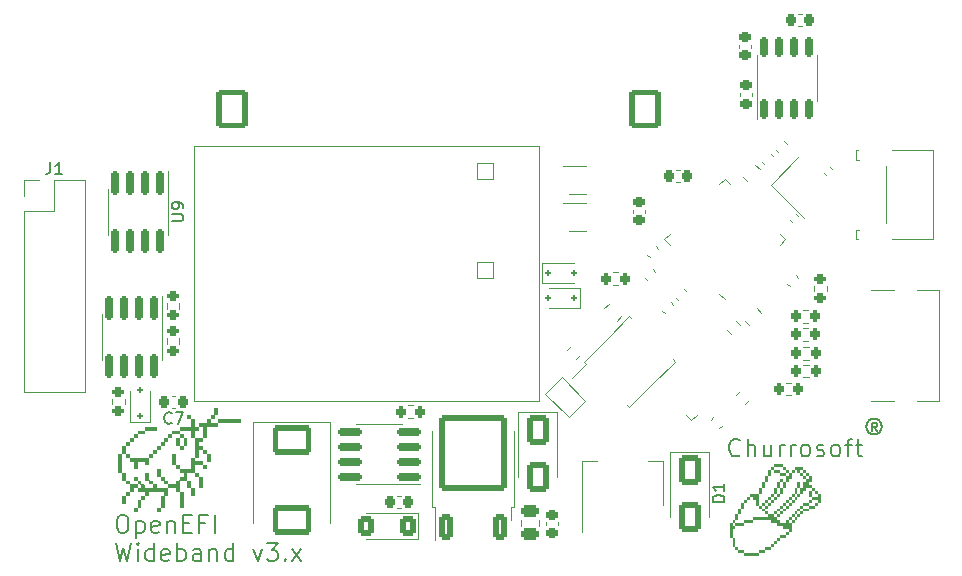
<source format=gbr>
%TF.GenerationSoftware,KiCad,Pcbnew,8.99.0-unknown-1.20240323gita6e2746.fc38*%
%TF.CreationDate,2024-04-05T19:16:21-03:00*%
%TF.ProjectId,Wideband_v3,57696465-6261-46e6-945f-76332e6b6963,rev?*%
%TF.SameCoordinates,Original*%
%TF.FileFunction,Legend,Top*%
%TF.FilePolarity,Positive*%
%FSLAX46Y46*%
G04 Gerber Fmt 4.6, Leading zero omitted, Abs format (unit mm)*
G04 Created by KiCad (PCBNEW 8.99.0-unknown-1.20240323gita6e2746.fc38) date 2024-04-05 19:16:21*
%MOMM*%
%LPD*%
G01*
G04 APERTURE LIST*
G04 Aperture macros list*
%AMRoundRect*
0 Rectangle with rounded corners*
0 $1 Rounding radius*
0 $2 $3 $4 $5 $6 $7 $8 $9 X,Y pos of 4 corners*
0 Add a 4 corners polygon primitive as box body*
4,1,4,$2,$3,$4,$5,$6,$7,$8,$9,$2,$3,0*
0 Add four circle primitives for the rounded corners*
1,1,$1+$1,$2,$3*
1,1,$1+$1,$4,$5*
1,1,$1+$1,$6,$7*
1,1,$1+$1,$8,$9*
0 Add four rect primitives between the rounded corners*
20,1,$1+$1,$2,$3,$4,$5,0*
20,1,$1+$1,$4,$5,$6,$7,0*
20,1,$1+$1,$6,$7,$8,$9,0*
20,1,$1+$1,$8,$9,$2,$3,0*%
%AMRotRect*
0 Rectangle, with rotation*
0 The origin of the aperture is its center*
0 $1 length*
0 $2 width*
0 $3 Rotation angle, in degrees counterclockwise*
0 Add horizontal line*
21,1,$1,$2,0,0,$3*%
%AMFreePoly0*
4,1,6,1.000000,0.000000,0.499999,-0.750000,-0.499999,-0.750000,-0.499999,0.750000,0.499999,0.750000,1.000000,0.000000,1.000000,0.000000,$1*%
%AMFreePoly1*
4,1,6,0.499999,-0.750000,-0.649999,-0.750000,-0.150000,0.000000,-0.649999,0.750000,0.499999,0.750000,0.499999,-0.750000,0.499999,-0.750000,$1*%
G04 Aperture macros list end*
%ADD10C,0.200000*%
%ADD11C,0.150000*%
%ADD12C,0.120000*%
%ADD13C,0.000000*%
%ADD14C,0.800000*%
%ADD15C,6.400000*%
%ADD16RoundRect,0.250000X-1.400000X-1.000000X1.400000X-1.000000X1.400000X1.000000X-1.400000X1.000000X0*%
%ADD17RoundRect,0.150000X-0.353553X-0.565685X0.565685X0.353553X0.353553X0.565685X-0.565685X-0.353553X0*%
%ADD18C,2.400000*%
%ADD19C,1.700000*%
%ADD20R,1.500000X2.000000*%
%ADD21R,3.800000X2.000000*%
%ADD22R,1.000000X1.000000*%
%ADD23RoundRect,0.200000X0.200000X0.275000X-0.200000X0.275000X-0.200000X-0.275000X0.200000X-0.275000X0*%
%ADD24RoundRect,0.225000X0.250000X-0.225000X0.250000X0.225000X-0.250000X0.225000X-0.250000X-0.225000X0*%
%ADD25RoundRect,0.225000X0.335876X0.017678X0.017678X0.335876X-0.335876X-0.017678X-0.017678X-0.335876X0*%
%ADD26RoundRect,0.250000X-0.512652X-0.159099X-0.159099X-0.512652X0.512652X0.159099X0.159099X0.512652X0*%
%ADD27RoundRect,0.250000X0.400000X0.600000X-0.400000X0.600000X-0.400000X-0.600000X0.400000X-0.600000X0*%
%ADD28RoundRect,0.225000X-0.335876X-0.017678X-0.017678X-0.335876X0.335876X0.017678X0.017678X0.335876X0*%
%ADD29RoundRect,0.250000X-0.650000X1.000000X-0.650000X-1.000000X0.650000X-1.000000X0.650000X1.000000X0*%
%ADD30RoundRect,0.200000X-0.200000X-0.275000X0.200000X-0.275000X0.200000X0.275000X-0.200000X0.275000X0*%
%ADD31RotRect,1.400000X1.200000X315.000000*%
%ADD32R,0.900000X0.400000*%
%ADD33RoundRect,0.250000X0.159099X-0.512652X0.512652X-0.159099X-0.159099X0.512652X-0.512652X0.159099X0*%
%ADD34RoundRect,0.225000X-0.225000X-0.250000X0.225000X-0.250000X0.225000X0.250000X-0.225000X0.250000X0*%
%ADD35RoundRect,0.125000X0.125000X0.125000X-0.125000X0.125000X-0.125000X-0.125000X0.125000X-0.125000X0*%
%ADD36R,1.700000X1.700000*%
%ADD37O,1.700000X1.700000*%
%ADD38FreePoly0,135.000000*%
%ADD39FreePoly1,135.000000*%
%ADD40C,1.524000*%
%ADD41RoundRect,0.225000X0.225000X0.250000X-0.225000X0.250000X-0.225000X-0.250000X0.225000X-0.250000X0*%
%ADD42RoundRect,0.200000X-0.053033X0.335876X-0.335876X0.053033X0.053033X-0.335876X0.335876X-0.053033X0*%
%ADD43RoundRect,0.200000X-0.335876X-0.053033X-0.053033X-0.335876X0.335876X0.053033X0.053033X0.335876X0*%
%ADD44RoundRect,0.140000X-0.219203X-0.021213X-0.021213X-0.219203X0.219203X0.021213X0.021213X0.219203X0*%
%ADD45RoundRect,0.200000X0.275000X-0.200000X0.275000X0.200000X-0.275000X0.200000X-0.275000X-0.200000X0*%
%ADD46C,0.650000*%
%ADD47R,1.450000X0.600000*%
%ADD48R,1.450000X0.300000*%
%ADD49O,2.100000X1.000000*%
%ADD50O,1.600000X1.000000*%
%ADD51RoundRect,0.140000X0.219203X0.021213X0.021213X0.219203X-0.219203X-0.021213X-0.021213X-0.219203X0*%
%ADD52RoundRect,0.200000X-0.275000X0.200000X-0.275000X-0.200000X0.275000X-0.200000X0.275000X0.200000X0*%
%ADD53RoundRect,0.225000X-0.250000X0.225000X-0.250000X-0.225000X0.250000X-0.225000X0.250000X0.225000X0*%
%ADD54RoundRect,0.150000X0.825000X0.150000X-0.825000X0.150000X-0.825000X-0.150000X0.825000X-0.150000X0*%
%ADD55C,0.990600*%
%ADD56C,0.787400*%
%ADD57RoundRect,0.150000X0.150000X-0.675000X0.150000X0.675000X-0.150000X0.675000X-0.150000X-0.675000X0*%
%ADD58RoundRect,0.050000X0.309359X-0.238649X-0.238649X0.309359X-0.309359X0.238649X0.238649X-0.309359X0*%
%ADD59RoundRect,0.050000X0.309359X0.238649X0.238649X0.309359X-0.309359X-0.238649X-0.238649X-0.309359X0*%
%ADD60RotRect,3.200000X3.200000X135.000000*%
%ADD61RoundRect,0.150000X-0.150000X0.825000X-0.150000X-0.825000X0.150000X-0.825000X0.150000X0.825000X0*%
%ADD62RoundRect,0.125000X-0.125000X-0.125000X0.125000X-0.125000X0.125000X0.125000X-0.125000X0.125000X0*%
%ADD63RoundRect,0.125000X0.125000X-0.125000X0.125000X0.125000X-0.125000X0.125000X-0.125000X-0.125000X0*%
%ADD64RoundRect,0.250000X0.350000X-0.850000X0.350000X0.850000X-0.350000X0.850000X-0.350000X-0.850000X0*%
%ADD65RoundRect,0.249997X2.650003X-2.950003X2.650003X2.950003X-2.650003X2.950003X-2.650003X-2.950003X0*%
%ADD66RoundRect,0.250000X0.512652X0.159099X0.159099X0.512652X-0.512652X-0.159099X-0.159099X-0.512652X0*%
%ADD67RoundRect,0.250000X0.475000X-0.250000X0.475000X0.250000X-0.475000X0.250000X-0.475000X-0.250000X0*%
%ADD68RoundRect,0.225000X0.017678X-0.335876X0.335876X-0.017678X-0.017678X0.335876X-0.335876X0.017678X0*%
%ADD69C,3.000000*%
%ADD70RoundRect,0.250001X-1.099999X-1.399999X1.099999X-1.399999X1.099999X1.399999X-1.099999X1.399999X0*%
%ADD71O,2.700000X3.300000*%
G04 APERTURE END LIST*
D10*
X140664863Y-104387371D02*
X140593435Y-104458800D01*
X140593435Y-104458800D02*
X140379149Y-104530228D01*
X140379149Y-104530228D02*
X140236292Y-104530228D01*
X140236292Y-104530228D02*
X140022006Y-104458800D01*
X140022006Y-104458800D02*
X139879149Y-104315942D01*
X139879149Y-104315942D02*
X139807720Y-104173085D01*
X139807720Y-104173085D02*
X139736292Y-103887371D01*
X139736292Y-103887371D02*
X139736292Y-103673085D01*
X139736292Y-103673085D02*
X139807720Y-103387371D01*
X139807720Y-103387371D02*
X139879149Y-103244514D01*
X139879149Y-103244514D02*
X140022006Y-103101657D01*
X140022006Y-103101657D02*
X140236292Y-103030228D01*
X140236292Y-103030228D02*
X140379149Y-103030228D01*
X140379149Y-103030228D02*
X140593435Y-103101657D01*
X140593435Y-103101657D02*
X140664863Y-103173085D01*
X141307720Y-104530228D02*
X141307720Y-103030228D01*
X141950578Y-104530228D02*
X141950578Y-103744514D01*
X141950578Y-103744514D02*
X141879149Y-103601657D01*
X141879149Y-103601657D02*
X141736292Y-103530228D01*
X141736292Y-103530228D02*
X141522006Y-103530228D01*
X141522006Y-103530228D02*
X141379149Y-103601657D01*
X141379149Y-103601657D02*
X141307720Y-103673085D01*
X143307721Y-103530228D02*
X143307721Y-104530228D01*
X142664863Y-103530228D02*
X142664863Y-104315942D01*
X142664863Y-104315942D02*
X142736292Y-104458800D01*
X142736292Y-104458800D02*
X142879149Y-104530228D01*
X142879149Y-104530228D02*
X143093435Y-104530228D01*
X143093435Y-104530228D02*
X143236292Y-104458800D01*
X143236292Y-104458800D02*
X143307721Y-104387371D01*
X144022006Y-104530228D02*
X144022006Y-103530228D01*
X144022006Y-103815942D02*
X144093435Y-103673085D01*
X144093435Y-103673085D02*
X144164864Y-103601657D01*
X144164864Y-103601657D02*
X144307721Y-103530228D01*
X144307721Y-103530228D02*
X144450578Y-103530228D01*
X144950577Y-104530228D02*
X144950577Y-103530228D01*
X144950577Y-103815942D02*
X145022006Y-103673085D01*
X145022006Y-103673085D02*
X145093435Y-103601657D01*
X145093435Y-103601657D02*
X145236292Y-103530228D01*
X145236292Y-103530228D02*
X145379149Y-103530228D01*
X146093434Y-104530228D02*
X145950577Y-104458800D01*
X145950577Y-104458800D02*
X145879148Y-104387371D01*
X145879148Y-104387371D02*
X145807720Y-104244514D01*
X145807720Y-104244514D02*
X145807720Y-103815942D01*
X145807720Y-103815942D02*
X145879148Y-103673085D01*
X145879148Y-103673085D02*
X145950577Y-103601657D01*
X145950577Y-103601657D02*
X146093434Y-103530228D01*
X146093434Y-103530228D02*
X146307720Y-103530228D01*
X146307720Y-103530228D02*
X146450577Y-103601657D01*
X146450577Y-103601657D02*
X146522006Y-103673085D01*
X146522006Y-103673085D02*
X146593434Y-103815942D01*
X146593434Y-103815942D02*
X146593434Y-104244514D01*
X146593434Y-104244514D02*
X146522006Y-104387371D01*
X146522006Y-104387371D02*
X146450577Y-104458800D01*
X146450577Y-104458800D02*
X146307720Y-104530228D01*
X146307720Y-104530228D02*
X146093434Y-104530228D01*
X147164863Y-104458800D02*
X147307720Y-104530228D01*
X147307720Y-104530228D02*
X147593434Y-104530228D01*
X147593434Y-104530228D02*
X147736291Y-104458800D01*
X147736291Y-104458800D02*
X147807720Y-104315942D01*
X147807720Y-104315942D02*
X147807720Y-104244514D01*
X147807720Y-104244514D02*
X147736291Y-104101657D01*
X147736291Y-104101657D02*
X147593434Y-104030228D01*
X147593434Y-104030228D02*
X147379149Y-104030228D01*
X147379149Y-104030228D02*
X147236291Y-103958800D01*
X147236291Y-103958800D02*
X147164863Y-103815942D01*
X147164863Y-103815942D02*
X147164863Y-103744514D01*
X147164863Y-103744514D02*
X147236291Y-103601657D01*
X147236291Y-103601657D02*
X147379149Y-103530228D01*
X147379149Y-103530228D02*
X147593434Y-103530228D01*
X147593434Y-103530228D02*
X147736291Y-103601657D01*
X148664863Y-104530228D02*
X148522006Y-104458800D01*
X148522006Y-104458800D02*
X148450577Y-104387371D01*
X148450577Y-104387371D02*
X148379149Y-104244514D01*
X148379149Y-104244514D02*
X148379149Y-103815942D01*
X148379149Y-103815942D02*
X148450577Y-103673085D01*
X148450577Y-103673085D02*
X148522006Y-103601657D01*
X148522006Y-103601657D02*
X148664863Y-103530228D01*
X148664863Y-103530228D02*
X148879149Y-103530228D01*
X148879149Y-103530228D02*
X149022006Y-103601657D01*
X149022006Y-103601657D02*
X149093435Y-103673085D01*
X149093435Y-103673085D02*
X149164863Y-103815942D01*
X149164863Y-103815942D02*
X149164863Y-104244514D01*
X149164863Y-104244514D02*
X149093435Y-104387371D01*
X149093435Y-104387371D02*
X149022006Y-104458800D01*
X149022006Y-104458800D02*
X148879149Y-104530228D01*
X148879149Y-104530228D02*
X148664863Y-104530228D01*
X149593435Y-103530228D02*
X150164863Y-103530228D01*
X149807720Y-104530228D02*
X149807720Y-103244514D01*
X149807720Y-103244514D02*
X149879149Y-103101657D01*
X149879149Y-103101657D02*
X150022006Y-103030228D01*
X150022006Y-103030228D02*
X150164863Y-103030228D01*
X150450578Y-103530228D02*
X151022006Y-103530228D01*
X150664863Y-103030228D02*
X150664863Y-104315942D01*
X150664863Y-104315942D02*
X150736292Y-104458800D01*
X150736292Y-104458800D02*
X150879149Y-104530228D01*
X150879149Y-104530228D02*
X151022006Y-104530228D01*
D11*
X152247722Y-102342961D02*
X152009626Y-102057247D01*
X151819150Y-102342961D02*
X151819150Y-101676295D01*
X151819150Y-101676295D02*
X152104864Y-101676295D01*
X152104864Y-101676295D02*
X152200103Y-101723914D01*
X152200103Y-101723914D02*
X152247722Y-101819152D01*
X152247722Y-101819152D02*
X152247722Y-101914390D01*
X152247722Y-101914390D02*
X152200103Y-102009628D01*
X152200103Y-102009628D02*
X152104864Y-102057247D01*
X152104864Y-102057247D02*
X151819150Y-102057247D01*
X152009626Y-101342961D02*
X151771531Y-101390580D01*
X151771531Y-101390580D02*
X151533436Y-101533438D01*
X151533436Y-101533438D02*
X151390579Y-101771533D01*
X151390579Y-101771533D02*
X151342960Y-102009628D01*
X151342960Y-102009628D02*
X151390579Y-102247723D01*
X151390579Y-102247723D02*
X151533436Y-102485819D01*
X151533436Y-102485819D02*
X151771531Y-102628676D01*
X151771531Y-102628676D02*
X152009626Y-102676295D01*
X152009626Y-102676295D02*
X152247722Y-102628676D01*
X152247722Y-102628676D02*
X152485817Y-102485819D01*
X152485817Y-102485819D02*
X152628674Y-102247723D01*
X152628674Y-102247723D02*
X152676293Y-102009628D01*
X152676293Y-102009628D02*
X152628674Y-101771533D01*
X152628674Y-101771533D02*
X152485817Y-101533438D01*
X152485817Y-101533438D02*
X152247722Y-101390580D01*
X152247722Y-101390580D02*
X152009626Y-101342961D01*
D10*
X88252035Y-109479912D02*
X88537749Y-109479912D01*
X88537749Y-109479912D02*
X88680606Y-109551341D01*
X88680606Y-109551341D02*
X88823463Y-109694198D01*
X88823463Y-109694198D02*
X88894892Y-109979912D01*
X88894892Y-109979912D02*
X88894892Y-110479912D01*
X88894892Y-110479912D02*
X88823463Y-110765626D01*
X88823463Y-110765626D02*
X88680606Y-110908484D01*
X88680606Y-110908484D02*
X88537749Y-110979912D01*
X88537749Y-110979912D02*
X88252035Y-110979912D01*
X88252035Y-110979912D02*
X88109178Y-110908484D01*
X88109178Y-110908484D02*
X87966320Y-110765626D01*
X87966320Y-110765626D02*
X87894892Y-110479912D01*
X87894892Y-110479912D02*
X87894892Y-109979912D01*
X87894892Y-109979912D02*
X87966320Y-109694198D01*
X87966320Y-109694198D02*
X88109178Y-109551341D01*
X88109178Y-109551341D02*
X88252035Y-109479912D01*
X89537749Y-109979912D02*
X89537749Y-111479912D01*
X89537749Y-110051341D02*
X89680607Y-109979912D01*
X89680607Y-109979912D02*
X89966321Y-109979912D01*
X89966321Y-109979912D02*
X90109178Y-110051341D01*
X90109178Y-110051341D02*
X90180607Y-110122769D01*
X90180607Y-110122769D02*
X90252035Y-110265626D01*
X90252035Y-110265626D02*
X90252035Y-110694198D01*
X90252035Y-110694198D02*
X90180607Y-110837055D01*
X90180607Y-110837055D02*
X90109178Y-110908484D01*
X90109178Y-110908484D02*
X89966321Y-110979912D01*
X89966321Y-110979912D02*
X89680607Y-110979912D01*
X89680607Y-110979912D02*
X89537749Y-110908484D01*
X91466321Y-110908484D02*
X91323464Y-110979912D01*
X91323464Y-110979912D02*
X91037750Y-110979912D01*
X91037750Y-110979912D02*
X90894892Y-110908484D01*
X90894892Y-110908484D02*
X90823464Y-110765626D01*
X90823464Y-110765626D02*
X90823464Y-110194198D01*
X90823464Y-110194198D02*
X90894892Y-110051341D01*
X90894892Y-110051341D02*
X91037750Y-109979912D01*
X91037750Y-109979912D02*
X91323464Y-109979912D01*
X91323464Y-109979912D02*
X91466321Y-110051341D01*
X91466321Y-110051341D02*
X91537750Y-110194198D01*
X91537750Y-110194198D02*
X91537750Y-110337055D01*
X91537750Y-110337055D02*
X90823464Y-110479912D01*
X92180606Y-109979912D02*
X92180606Y-110979912D01*
X92180606Y-110122769D02*
X92252035Y-110051341D01*
X92252035Y-110051341D02*
X92394892Y-109979912D01*
X92394892Y-109979912D02*
X92609178Y-109979912D01*
X92609178Y-109979912D02*
X92752035Y-110051341D01*
X92752035Y-110051341D02*
X92823464Y-110194198D01*
X92823464Y-110194198D02*
X92823464Y-110979912D01*
X93537749Y-110194198D02*
X94037749Y-110194198D01*
X94252035Y-110979912D02*
X93537749Y-110979912D01*
X93537749Y-110979912D02*
X93537749Y-109479912D01*
X93537749Y-109479912D02*
X94252035Y-109479912D01*
X95394892Y-110194198D02*
X94894892Y-110194198D01*
X94894892Y-110979912D02*
X94894892Y-109479912D01*
X94894892Y-109479912D02*
X95609178Y-109479912D01*
X96180606Y-110979912D02*
X96180606Y-109479912D01*
X87823463Y-111894828D02*
X88180606Y-113394828D01*
X88180606Y-113394828D02*
X88466320Y-112323400D01*
X88466320Y-112323400D02*
X88752035Y-113394828D01*
X88752035Y-113394828D02*
X89109178Y-111894828D01*
X89680606Y-113394828D02*
X89680606Y-112394828D01*
X89680606Y-111894828D02*
X89609178Y-111966257D01*
X89609178Y-111966257D02*
X89680606Y-112037685D01*
X89680606Y-112037685D02*
X89752035Y-111966257D01*
X89752035Y-111966257D02*
X89680606Y-111894828D01*
X89680606Y-111894828D02*
X89680606Y-112037685D01*
X91037750Y-113394828D02*
X91037750Y-111894828D01*
X91037750Y-113323400D02*
X90894892Y-113394828D01*
X90894892Y-113394828D02*
X90609178Y-113394828D01*
X90609178Y-113394828D02*
X90466321Y-113323400D01*
X90466321Y-113323400D02*
X90394892Y-113251971D01*
X90394892Y-113251971D02*
X90323464Y-113109114D01*
X90323464Y-113109114D02*
X90323464Y-112680542D01*
X90323464Y-112680542D02*
X90394892Y-112537685D01*
X90394892Y-112537685D02*
X90466321Y-112466257D01*
X90466321Y-112466257D02*
X90609178Y-112394828D01*
X90609178Y-112394828D02*
X90894892Y-112394828D01*
X90894892Y-112394828D02*
X91037750Y-112466257D01*
X92323464Y-113323400D02*
X92180607Y-113394828D01*
X92180607Y-113394828D02*
X91894893Y-113394828D01*
X91894893Y-113394828D02*
X91752035Y-113323400D01*
X91752035Y-113323400D02*
X91680607Y-113180542D01*
X91680607Y-113180542D02*
X91680607Y-112609114D01*
X91680607Y-112609114D02*
X91752035Y-112466257D01*
X91752035Y-112466257D02*
X91894893Y-112394828D01*
X91894893Y-112394828D02*
X92180607Y-112394828D01*
X92180607Y-112394828D02*
X92323464Y-112466257D01*
X92323464Y-112466257D02*
X92394893Y-112609114D01*
X92394893Y-112609114D02*
X92394893Y-112751971D01*
X92394893Y-112751971D02*
X91680607Y-112894828D01*
X93037749Y-113394828D02*
X93037749Y-111894828D01*
X93037749Y-112466257D02*
X93180607Y-112394828D01*
X93180607Y-112394828D02*
X93466321Y-112394828D01*
X93466321Y-112394828D02*
X93609178Y-112466257D01*
X93609178Y-112466257D02*
X93680607Y-112537685D01*
X93680607Y-112537685D02*
X93752035Y-112680542D01*
X93752035Y-112680542D02*
X93752035Y-113109114D01*
X93752035Y-113109114D02*
X93680607Y-113251971D01*
X93680607Y-113251971D02*
X93609178Y-113323400D01*
X93609178Y-113323400D02*
X93466321Y-113394828D01*
X93466321Y-113394828D02*
X93180607Y-113394828D01*
X93180607Y-113394828D02*
X93037749Y-113323400D01*
X95037750Y-113394828D02*
X95037750Y-112609114D01*
X95037750Y-112609114D02*
X94966321Y-112466257D01*
X94966321Y-112466257D02*
X94823464Y-112394828D01*
X94823464Y-112394828D02*
X94537750Y-112394828D01*
X94537750Y-112394828D02*
X94394892Y-112466257D01*
X95037750Y-113323400D02*
X94894892Y-113394828D01*
X94894892Y-113394828D02*
X94537750Y-113394828D01*
X94537750Y-113394828D02*
X94394892Y-113323400D01*
X94394892Y-113323400D02*
X94323464Y-113180542D01*
X94323464Y-113180542D02*
X94323464Y-113037685D01*
X94323464Y-113037685D02*
X94394892Y-112894828D01*
X94394892Y-112894828D02*
X94537750Y-112823400D01*
X94537750Y-112823400D02*
X94894892Y-112823400D01*
X94894892Y-112823400D02*
X95037750Y-112751971D01*
X95752035Y-112394828D02*
X95752035Y-113394828D01*
X95752035Y-112537685D02*
X95823464Y-112466257D01*
X95823464Y-112466257D02*
X95966321Y-112394828D01*
X95966321Y-112394828D02*
X96180607Y-112394828D01*
X96180607Y-112394828D02*
X96323464Y-112466257D01*
X96323464Y-112466257D02*
X96394893Y-112609114D01*
X96394893Y-112609114D02*
X96394893Y-113394828D01*
X97752036Y-113394828D02*
X97752036Y-111894828D01*
X97752036Y-113323400D02*
X97609178Y-113394828D01*
X97609178Y-113394828D02*
X97323464Y-113394828D01*
X97323464Y-113394828D02*
X97180607Y-113323400D01*
X97180607Y-113323400D02*
X97109178Y-113251971D01*
X97109178Y-113251971D02*
X97037750Y-113109114D01*
X97037750Y-113109114D02*
X97037750Y-112680542D01*
X97037750Y-112680542D02*
X97109178Y-112537685D01*
X97109178Y-112537685D02*
X97180607Y-112466257D01*
X97180607Y-112466257D02*
X97323464Y-112394828D01*
X97323464Y-112394828D02*
X97609178Y-112394828D01*
X97609178Y-112394828D02*
X97752036Y-112466257D01*
X99466321Y-112394828D02*
X99823464Y-113394828D01*
X99823464Y-113394828D02*
X100180607Y-112394828D01*
X100609178Y-111894828D02*
X101537750Y-111894828D01*
X101537750Y-111894828D02*
X101037750Y-112466257D01*
X101037750Y-112466257D02*
X101252035Y-112466257D01*
X101252035Y-112466257D02*
X101394893Y-112537685D01*
X101394893Y-112537685D02*
X101466321Y-112609114D01*
X101466321Y-112609114D02*
X101537750Y-112751971D01*
X101537750Y-112751971D02*
X101537750Y-113109114D01*
X101537750Y-113109114D02*
X101466321Y-113251971D01*
X101466321Y-113251971D02*
X101394893Y-113323400D01*
X101394893Y-113323400D02*
X101252035Y-113394828D01*
X101252035Y-113394828D02*
X100823464Y-113394828D01*
X100823464Y-113394828D02*
X100680607Y-113323400D01*
X100680607Y-113323400D02*
X100609178Y-113251971D01*
X102180606Y-113251971D02*
X102252035Y-113323400D01*
X102252035Y-113323400D02*
X102180606Y-113394828D01*
X102180606Y-113394828D02*
X102109178Y-113323400D01*
X102109178Y-113323400D02*
X102180606Y-113251971D01*
X102180606Y-113251971D02*
X102180606Y-113394828D01*
X102752035Y-113394828D02*
X103537750Y-112394828D01*
X102752035Y-112394828D02*
X103537750Y-113394828D01*
D11*
X139352819Y-108383294D02*
X138352819Y-108383294D01*
X138352819Y-108383294D02*
X138352819Y-108145199D01*
X138352819Y-108145199D02*
X138400438Y-108002342D01*
X138400438Y-108002342D02*
X138495676Y-107907104D01*
X138495676Y-107907104D02*
X138590914Y-107859485D01*
X138590914Y-107859485D02*
X138781390Y-107811866D01*
X138781390Y-107811866D02*
X138924247Y-107811866D01*
X138924247Y-107811866D02*
X139114723Y-107859485D01*
X139114723Y-107859485D02*
X139209961Y-107907104D01*
X139209961Y-107907104D02*
X139305200Y-108002342D01*
X139305200Y-108002342D02*
X139352819Y-108145199D01*
X139352819Y-108145199D02*
X139352819Y-108383294D01*
X139352819Y-106859485D02*
X139352819Y-107430913D01*
X139352819Y-107145199D02*
X138352819Y-107145199D01*
X138352819Y-107145199D02*
X138495676Y-107240437D01*
X138495676Y-107240437D02*
X138590914Y-107335675D01*
X138590914Y-107335675D02*
X138638533Y-107430913D01*
X82284066Y-79625419D02*
X82284066Y-80339704D01*
X82284066Y-80339704D02*
X82236447Y-80482561D01*
X82236447Y-80482561D02*
X82141209Y-80577800D01*
X82141209Y-80577800D02*
X81998352Y-80625419D01*
X81998352Y-80625419D02*
X81903114Y-80625419D01*
X83284066Y-80625419D02*
X82712638Y-80625419D01*
X82998352Y-80625419D02*
X82998352Y-79625419D01*
X82998352Y-79625419D02*
X82903114Y-79768276D01*
X82903114Y-79768276D02*
X82807876Y-79863514D01*
X82807876Y-79863514D02*
X82712638Y-79911133D01*
X92543333Y-101687780D02*
X92495714Y-101735400D01*
X92495714Y-101735400D02*
X92352857Y-101783019D01*
X92352857Y-101783019D02*
X92257619Y-101783019D01*
X92257619Y-101783019D02*
X92114762Y-101735400D01*
X92114762Y-101735400D02*
X92019524Y-101640161D01*
X92019524Y-101640161D02*
X91971905Y-101544923D01*
X91971905Y-101544923D02*
X91924286Y-101354447D01*
X91924286Y-101354447D02*
X91924286Y-101211590D01*
X91924286Y-101211590D02*
X91971905Y-101021114D01*
X91971905Y-101021114D02*
X92019524Y-100925876D01*
X92019524Y-100925876D02*
X92114762Y-100830638D01*
X92114762Y-100830638D02*
X92257619Y-100783019D01*
X92257619Y-100783019D02*
X92352857Y-100783019D01*
X92352857Y-100783019D02*
X92495714Y-100830638D01*
X92495714Y-100830638D02*
X92543333Y-100878257D01*
X92876667Y-100783019D02*
X93543333Y-100783019D01*
X93543333Y-100783019D02*
X93114762Y-101783019D01*
X92542219Y-84581904D02*
X93351742Y-84581904D01*
X93351742Y-84581904D02*
X93446980Y-84534285D01*
X93446980Y-84534285D02*
X93494600Y-84486666D01*
X93494600Y-84486666D02*
X93542219Y-84391428D01*
X93542219Y-84391428D02*
X93542219Y-84200952D01*
X93542219Y-84200952D02*
X93494600Y-84105714D01*
X93494600Y-84105714D02*
X93446980Y-84058095D01*
X93446980Y-84058095D02*
X93351742Y-84010476D01*
X93351742Y-84010476D02*
X92542219Y-84010476D01*
X93542219Y-83486666D02*
X93542219Y-83296190D01*
X93542219Y-83296190D02*
X93494600Y-83200952D01*
X93494600Y-83200952D02*
X93446980Y-83153333D01*
X93446980Y-83153333D02*
X93304123Y-83058095D01*
X93304123Y-83058095D02*
X93113647Y-83010476D01*
X93113647Y-83010476D02*
X92732695Y-83010476D01*
X92732695Y-83010476D02*
X92637457Y-83058095D01*
X92637457Y-83058095D02*
X92589838Y-83105714D01*
X92589838Y-83105714D02*
X92542219Y-83200952D01*
X92542219Y-83200952D02*
X92542219Y-83391428D01*
X92542219Y-83391428D02*
X92589838Y-83486666D01*
X92589838Y-83486666D02*
X92637457Y-83534285D01*
X92637457Y-83534285D02*
X92732695Y-83581904D01*
X92732695Y-83581904D02*
X92970790Y-83581904D01*
X92970790Y-83581904D02*
X93066028Y-83534285D01*
X93066028Y-83534285D02*
X93113647Y-83486666D01*
X93113647Y-83486666D02*
X93161266Y-83391428D01*
X93161266Y-83391428D02*
X93161266Y-83200952D01*
X93161266Y-83200952D02*
X93113647Y-83105714D01*
X93113647Y-83105714D02*
X93066028Y-83058095D01*
X93066028Y-83058095D02*
X92970790Y-83010476D01*
D12*
%TO.C,D10*%
X99467600Y-101617600D02*
X99467600Y-110127599D01*
X99467600Y-101617600D02*
X105967600Y-101617600D01*
X105967600Y-101617600D02*
X105967600Y-110127599D01*
%TO.C,U2*%
X127443668Y-96500600D02*
X127627516Y-96684448D01*
X127627516Y-96684448D02*
X126443112Y-97868852D01*
X129370534Y-94573734D02*
X127443668Y-96500600D01*
X129370534Y-94573734D02*
X131297400Y-92646868D01*
X131297400Y-92646868D02*
X131481248Y-92830716D01*
X131297400Y-100354332D02*
X131113552Y-100170484D01*
X133224266Y-98427466D02*
X131297400Y-100354332D01*
X133224266Y-98427466D02*
X135151132Y-96500600D01*
X135151132Y-96500600D02*
X134967284Y-96316752D01*
%TO.C,SW3*%
X150502400Y-79395600D02*
X150502400Y-78605600D01*
X150502400Y-79395600D02*
X150752400Y-79395600D01*
X150502400Y-86145600D02*
X150502401Y-85355600D01*
X150502401Y-85355600D02*
X150752400Y-85355600D01*
X150702400Y-78605600D02*
X150502400Y-78605600D01*
X150702400Y-86145600D02*
X150502400Y-86145600D01*
X153052400Y-79985600D02*
X153052400Y-84765600D01*
X153542400Y-86145600D02*
X156992400Y-86145600D01*
X156992400Y-78605600D02*
X153542400Y-78605600D01*
X156992400Y-86145600D02*
X156992400Y-78605600D01*
%TO.C,U8*%
X127298400Y-104922400D02*
X128558399Y-104922400D01*
X127298400Y-110932400D02*
X127298400Y-104922400D01*
X134118400Y-104922400D02*
X132858401Y-104922400D01*
X134118401Y-108682400D02*
X134118400Y-104922400D01*
%TO.C,TP4*%
X118375200Y-88047600D02*
X119775200Y-88047600D01*
X118375200Y-89447600D02*
X118375200Y-88047600D01*
X119775200Y-88047600D02*
X119775200Y-89447600D01*
X119775200Y-89447600D02*
X118375200Y-89447600D01*
%TO.C,R12*%
X146459658Y-92153100D02*
X145985142Y-92153100D01*
X146459658Y-93198100D02*
X145985142Y-93198100D01*
%TO.C,C1*%
X140612400Y-69939780D02*
X140612400Y-69658620D01*
X141632400Y-69939780D02*
X141632400Y-69658620D01*
D13*
%TO.C,G\u002A\u002A\u002A*%
G36*
X91618133Y-105936004D02*
G01*
X91618133Y-106258974D01*
X91451439Y-106258974D01*
X91284745Y-106258974D01*
X91284745Y-105936004D01*
X91284745Y-105613034D01*
X91451439Y-105613034D01*
X91618133Y-105613034D01*
X91618133Y-105936004D01*
G37*
G36*
X94556115Y-107561270D02*
G01*
X94556115Y-107884240D01*
X94389421Y-107884240D01*
X94222727Y-107884240D01*
X94222727Y-107561270D01*
X94222727Y-107238301D01*
X94389421Y-107238301D01*
X94556115Y-107238301D01*
X94556115Y-107561270D01*
G37*
G36*
X95202054Y-106748637D02*
G01*
X95202054Y-107238301D01*
X95035360Y-107238301D01*
X94868666Y-107238301D01*
X94868666Y-106748637D01*
X94868666Y-106258974D01*
X95035360Y-106258974D01*
X95202054Y-106258974D01*
X95202054Y-106748637D01*
G37*
G36*
X95531110Y-105441131D02*
G01*
X95525024Y-105602616D01*
X95363539Y-105608702D01*
X95202054Y-105614787D01*
X95202054Y-105447217D01*
X95202054Y-105279646D01*
X95369625Y-105279646D01*
X95537195Y-105279646D01*
X95531110Y-105441131D01*
G37*
G36*
X91951521Y-106415249D02*
G01*
X91951521Y-106571525D01*
X92107797Y-106571525D01*
X92264072Y-106571525D01*
X92264072Y-106738219D01*
X92264072Y-106904913D01*
X92097378Y-106904913D01*
X91930684Y-106904913D01*
X91930684Y-106748637D01*
X91930684Y-106592362D01*
X91774409Y-106592362D01*
X91618133Y-106592362D01*
X91618133Y-106425668D01*
X91618133Y-106258974D01*
X91784827Y-106258974D01*
X91951521Y-106258974D01*
X91951521Y-106415249D01*
G37*
G36*
X92758945Y-104304652D02*
G01*
X92920430Y-104310737D01*
X92926023Y-104795192D01*
X92931617Y-105279646D01*
X93087508Y-105279646D01*
X93243400Y-105279646D01*
X93243400Y-105446340D01*
X93243400Y-105613034D01*
X93076706Y-105613034D01*
X92910012Y-105613034D01*
X92910012Y-105446340D01*
X92910012Y-105279646D01*
X92753736Y-105279646D01*
X92597461Y-105279646D01*
X92597461Y-104789106D01*
X92597461Y-104298566D01*
X92758945Y-104304652D01*
G37*
G36*
X89659479Y-107072483D02*
G01*
X89659479Y-107238301D01*
X89504079Y-107238301D01*
X89348680Y-107238301D01*
X89342595Y-107399786D01*
X89336509Y-107561270D01*
X89175024Y-107567356D01*
X89013539Y-107573442D01*
X89013539Y-107728841D01*
X89013539Y-107884240D01*
X88846845Y-107884240D01*
X88680151Y-107884240D01*
X88680151Y-108218505D01*
X88680151Y-108552769D01*
X88518666Y-108546683D01*
X88357182Y-108540598D01*
X88351443Y-108212419D01*
X88345705Y-107884240D01*
X88512928Y-107884240D01*
X88680151Y-107884240D01*
X88680151Y-107717546D01*
X88680151Y-107550852D01*
X88846845Y-107550852D01*
X89013539Y-107550852D01*
X89013539Y-107227882D01*
X89013539Y-106904913D01*
X89336509Y-106904913D01*
X89659479Y-106904913D01*
X89659479Y-107072483D01*
G37*
G36*
X93576788Y-102841746D02*
G01*
X93576788Y-103008440D01*
X93733063Y-103008440D01*
X93889339Y-103008440D01*
X93889339Y-103331410D01*
X93889339Y-103654380D01*
X93733063Y-103654380D01*
X93576788Y-103654380D01*
X93576788Y-103821074D01*
X93576788Y-103987768D01*
X93410094Y-103987768D01*
X93243400Y-103987768D01*
X93243400Y-103821074D01*
X93243400Y-103654380D01*
X93076706Y-103654380D01*
X92910012Y-103654380D01*
X92910012Y-103331410D01*
X92910012Y-103008440D01*
X93076706Y-103008440D01*
X93243400Y-103008440D01*
X93243400Y-103331410D01*
X93243400Y-103654380D01*
X93399675Y-103654380D01*
X93555951Y-103654380D01*
X93555951Y-103331410D01*
X93555951Y-103008440D01*
X93399675Y-103008440D01*
X93243400Y-103008440D01*
X93243400Y-102841746D01*
X93243400Y-102675052D01*
X93410094Y-102675052D01*
X93576788Y-102675052D01*
X93576788Y-102841746D01*
G37*
G36*
X91284745Y-102195807D02*
G01*
X91284745Y-102362501D01*
X90805500Y-102362501D01*
X90326255Y-102362501D01*
X90326255Y-102518777D01*
X90326255Y-102675052D01*
X89992867Y-102675052D01*
X89659479Y-102675052D01*
X89659479Y-102841746D01*
X89659479Y-103008440D01*
X89504079Y-103008440D01*
X89348680Y-103008440D01*
X89342595Y-103169925D01*
X89336509Y-103331410D01*
X89175024Y-103337496D01*
X89013539Y-103343581D01*
X89013539Y-103498980D01*
X89013539Y-103654380D01*
X88846845Y-103654380D01*
X88680151Y-103654380D01*
X88680151Y-103977349D01*
X88680151Y-104300319D01*
X88523876Y-104300319D01*
X88367600Y-104300319D01*
X88367600Y-105112952D01*
X88367600Y-105925585D01*
X88523876Y-105925585D01*
X88680151Y-105925585D01*
X88680151Y-106248555D01*
X88680151Y-106571525D01*
X88846845Y-106571525D01*
X89013539Y-106571525D01*
X89013539Y-106738219D01*
X89013539Y-106904913D01*
X88846845Y-106904913D01*
X88680151Y-106904913D01*
X88680151Y-106749514D01*
X88680151Y-106594115D01*
X88518666Y-106588029D01*
X88357182Y-106581943D01*
X88351430Y-106264183D01*
X88345678Y-105946422D01*
X88189945Y-105946422D01*
X88034212Y-105946422D01*
X88034212Y-105123371D01*
X88034212Y-104300319D01*
X88190488Y-104300319D01*
X88346763Y-104300319D01*
X88346763Y-103977349D01*
X88346763Y-103654380D01*
X88513457Y-103654380D01*
X88680151Y-103654380D01*
X88680151Y-103487686D01*
X88680151Y-103320992D01*
X88846845Y-103320992D01*
X89013539Y-103320992D01*
X89013539Y-103164716D01*
X89013539Y-103008440D01*
X89169815Y-103008440D01*
X89326091Y-103008440D01*
X89326091Y-102841746D01*
X89326091Y-102675052D01*
X89492785Y-102675052D01*
X89659479Y-102675052D01*
X89659479Y-102508358D01*
X89659479Y-102341664D01*
X89982448Y-102341664D01*
X90305418Y-102341664D01*
X90305418Y-102185389D01*
X90305418Y-102029113D01*
X90795082Y-102029113D01*
X91284745Y-102029113D01*
X91284745Y-102195807D01*
G37*
G36*
X90638806Y-106247679D02*
G01*
X90638806Y-106569772D01*
X90800291Y-106575857D01*
X90961776Y-106581943D01*
X90967861Y-106743428D01*
X90973947Y-106904913D01*
X91128470Y-106904913D01*
X91282992Y-106904913D01*
X91289078Y-107066398D01*
X91295164Y-107227882D01*
X91779618Y-107233476D01*
X92264072Y-107239069D01*
X92264072Y-107561270D01*
X92264072Y-107884240D01*
X92107797Y-107884240D01*
X91951521Y-107884240D01*
X91951521Y-108373904D01*
X91951521Y-108863567D01*
X91784827Y-108863567D01*
X91618133Y-108863567D01*
X91618133Y-109030261D01*
X91618133Y-109196955D01*
X91451439Y-109196955D01*
X91284745Y-109196955D01*
X91284745Y-109030261D01*
X91284745Y-108863567D01*
X91451439Y-108863567D01*
X91618133Y-108863567D01*
X91618133Y-108373904D01*
X91618133Y-107884240D01*
X91774409Y-107884240D01*
X91930684Y-107884240D01*
X91930684Y-107727964D01*
X91930684Y-107571689D01*
X91284745Y-107571689D01*
X90638806Y-107571689D01*
X90638806Y-107727964D01*
X90638806Y-107884240D01*
X90483407Y-107884240D01*
X90328008Y-107884240D01*
X90321922Y-108045725D01*
X90315836Y-108207210D01*
X90154351Y-108213295D01*
X89992867Y-108219381D01*
X89992867Y-108541474D01*
X89992867Y-108863567D01*
X89826173Y-108863567D01*
X89659479Y-108863567D01*
X89659479Y-109030261D01*
X89659479Y-109196955D01*
X89492785Y-109196955D01*
X89326091Y-109196955D01*
X89326091Y-109030261D01*
X89326091Y-108863567D01*
X89492785Y-108863567D01*
X89659479Y-108863567D01*
X89659479Y-108541474D01*
X89659479Y-108219381D01*
X89820963Y-108213295D01*
X89982448Y-108207210D01*
X89988534Y-108045725D01*
X89994620Y-107884240D01*
X90150019Y-107884240D01*
X90305418Y-107884240D01*
X90305418Y-107727964D01*
X90305418Y-107571689D01*
X89982448Y-107571689D01*
X89659479Y-107571689D01*
X89659479Y-107404995D01*
X89659479Y-107240054D01*
X89820963Y-107233968D01*
X89982448Y-107227882D01*
X89982448Y-107071607D01*
X89982448Y-106915331D01*
X89820963Y-106909246D01*
X89659479Y-106903160D01*
X89659479Y-106747761D01*
X89659479Y-106592362D01*
X89492785Y-106592362D01*
X89326091Y-106592362D01*
X89326091Y-106425668D01*
X89326091Y-106258974D01*
X89492785Y-106258974D01*
X89659479Y-106258974D01*
X89659479Y-106414373D01*
X89659479Y-106569772D01*
X89820963Y-106575857D01*
X89982448Y-106581943D01*
X89988518Y-106742567D01*
X89994589Y-106903191D01*
X90155212Y-106909261D01*
X90315836Y-106915331D01*
X90321922Y-107076816D01*
X90328008Y-107238301D01*
X90639682Y-107238301D01*
X90951357Y-107238301D01*
X90951357Y-107071607D01*
X90951357Y-106904913D01*
X90795082Y-106904913D01*
X90638806Y-106904913D01*
X90638806Y-106748637D01*
X90638806Y-106592362D01*
X90472112Y-106592362D01*
X90305418Y-106592362D01*
X90305418Y-106258974D01*
X90305418Y-105925585D01*
X90472112Y-105925585D01*
X90638806Y-105925585D01*
X90638806Y-106247679D01*
G37*
G36*
X96493933Y-100726816D02*
G01*
X96493933Y-101049786D01*
X96337657Y-101049786D01*
X96181382Y-101049786D01*
X96181382Y-101216480D01*
X96181382Y-101383174D01*
X96014688Y-101383174D01*
X95847994Y-101383174D01*
X95847994Y-101539449D01*
X95847994Y-101695725D01*
X96170087Y-101695725D01*
X96492180Y-101695725D01*
X96498266Y-101534240D01*
X96504351Y-101372755D01*
X97478470Y-101367340D01*
X98452588Y-101361925D01*
X98452588Y-101528619D01*
X98452588Y-101695313D01*
X97478470Y-101700728D01*
X96504351Y-101706143D01*
X96498266Y-101867628D01*
X96492180Y-102029113D01*
X96014195Y-102029113D01*
X95536211Y-102029113D01*
X95530617Y-102513567D01*
X95525024Y-102998022D01*
X95364400Y-103004092D01*
X95203776Y-103010162D01*
X95197706Y-103170786D01*
X95191636Y-103331410D01*
X95030151Y-103337496D01*
X94868666Y-103343581D01*
X94868666Y-103498980D01*
X94868666Y-103654380D01*
X95035360Y-103654380D01*
X95202054Y-103654380D01*
X95202054Y-103809779D01*
X95202054Y-103965178D01*
X95363539Y-103971264D01*
X95525024Y-103977349D01*
X95531110Y-104138834D01*
X95537195Y-104300319D01*
X95692595Y-104300319D01*
X95847994Y-104300319D01*
X95847994Y-104633707D01*
X95847994Y-104967095D01*
X95681300Y-104967095D01*
X95514606Y-104967095D01*
X95514606Y-104633707D01*
X95514606Y-104300319D01*
X95358330Y-104300319D01*
X95202054Y-104300319D01*
X95202054Y-104144043D01*
X95202054Y-103987768D01*
X95035360Y-103987768D01*
X94868666Y-103987768D01*
X94868666Y-104310737D01*
X94868666Y-104633707D01*
X94712391Y-104633707D01*
X94556115Y-104633707D01*
X94556115Y-104789983D01*
X94556115Y-104946258D01*
X94879085Y-104946258D01*
X95202054Y-104946258D01*
X95202054Y-105112952D01*
X95202054Y-105279646D01*
X94879085Y-105279646D01*
X94556115Y-105279646D01*
X94556115Y-105602616D01*
X94556115Y-105925585D01*
X94712391Y-105925585D01*
X94868666Y-105925585D01*
X94868666Y-106092280D01*
X94868666Y-106258974D01*
X94701972Y-106258974D01*
X94535278Y-106258974D01*
X94535278Y-106102698D01*
X94535278Y-105946422D01*
X94212309Y-105946422D01*
X93889339Y-105946422D01*
X93889339Y-106258974D01*
X93889339Y-106571525D01*
X94056033Y-106571525D01*
X94222727Y-106571525D01*
X94222727Y-106904913D01*
X94222727Y-107238301D01*
X94056033Y-107238301D01*
X93889339Y-107238301D01*
X93889339Y-106915331D01*
X93889339Y-106592362D01*
X93566369Y-106592362D01*
X93243400Y-106592362D01*
X93243400Y-107071607D01*
X93243400Y-107550852D01*
X93410094Y-107550852D01*
X93576788Y-107550852D01*
X93576788Y-108207210D01*
X93576788Y-108863567D01*
X93410094Y-108863567D01*
X93243400Y-108863567D01*
X93243400Y-108217628D01*
X93243400Y-107571689D01*
X93076706Y-107571689D01*
X92910012Y-107571689D01*
X92910012Y-107404995D01*
X92910012Y-107238301D01*
X92587042Y-107238301D01*
X92264072Y-107238301D01*
X92264072Y-107071991D01*
X92264072Y-106904913D01*
X92586166Y-106904913D01*
X92908259Y-106904913D01*
X92914344Y-106743428D01*
X92920430Y-106581943D01*
X93081915Y-106575857D01*
X93243400Y-106569772D01*
X93243400Y-106414373D01*
X93243400Y-106258974D01*
X93399675Y-106258974D01*
X93555951Y-106258974D01*
X93555951Y-106102698D01*
X93555951Y-105946422D01*
X93399675Y-105946422D01*
X93243400Y-105946422D01*
X93243400Y-105780112D01*
X93243400Y-105613802D01*
X93727854Y-105608209D01*
X94212309Y-105602616D01*
X94217902Y-105118161D01*
X94223495Y-104633707D01*
X94379387Y-104633707D01*
X94535278Y-104633707D01*
X94535278Y-103821074D01*
X94535278Y-103009526D01*
X94556115Y-103009526D01*
X94873876Y-103003774D01*
X95191636Y-102998022D01*
X95197229Y-102513567D01*
X95202823Y-102029113D01*
X95035744Y-102029113D01*
X94868666Y-102029113D01*
X94868666Y-102195807D01*
X94868666Y-102362501D01*
X94712391Y-102362501D01*
X94556115Y-102362501D01*
X94556115Y-102686013D01*
X94556115Y-103009526D01*
X94535278Y-103009526D01*
X94535278Y-103008440D01*
X94379003Y-103008440D01*
X94222727Y-103008440D01*
X94222727Y-102685471D01*
X94222727Y-102362501D01*
X93733063Y-102362501D01*
X93243400Y-102362501D01*
X93243400Y-102518777D01*
X93243400Y-102675052D01*
X92920430Y-102675052D01*
X92597461Y-102675052D01*
X92597461Y-102841746D01*
X92597461Y-103008440D01*
X92430767Y-103008440D01*
X92264072Y-103008440D01*
X92264072Y-103175134D01*
X92264072Y-103341828D01*
X92107797Y-103341828D01*
X91951521Y-103341828D01*
X91951521Y-103498104D01*
X91951521Y-103654380D01*
X91784827Y-103654380D01*
X91618133Y-103654380D01*
X91618133Y-103821074D01*
X91618133Y-103987768D01*
X91451439Y-103987768D01*
X91284745Y-103987768D01*
X91284745Y-104144043D01*
X91284745Y-104300319D01*
X91128470Y-104300319D01*
X90972194Y-104300319D01*
X90972194Y-104467013D01*
X90972194Y-104633707D01*
X90805500Y-104633707D01*
X90638806Y-104633707D01*
X90638806Y-104956677D01*
X90638806Y-105279646D01*
X90472112Y-105279646D01*
X90305418Y-105279646D01*
X90305418Y-105123371D01*
X90305418Y-104967095D01*
X89982448Y-104967095D01*
X89659479Y-104967095D01*
X89659479Y-105290065D01*
X89659479Y-105613034D01*
X89492785Y-105613034D01*
X89326091Y-105613034D01*
X89326091Y-105290065D01*
X89326091Y-104967095D01*
X89169815Y-104967095D01*
X89013539Y-104967095D01*
X89013539Y-104800401D01*
X89013539Y-104633707D01*
X88846845Y-104633707D01*
X88680151Y-104633707D01*
X88680151Y-104467013D01*
X88680151Y-104300319D01*
X88846845Y-104300319D01*
X89013539Y-104300319D01*
X89013539Y-104467013D01*
X89013539Y-104633707D01*
X89826173Y-104633707D01*
X90638806Y-104633707D01*
X90638806Y-104467013D01*
X90638806Y-104300319D01*
X90794205Y-104300319D01*
X90949604Y-104300319D01*
X90955690Y-104138834D01*
X90961776Y-103977349D01*
X91123260Y-103971264D01*
X91284745Y-103965178D01*
X91284745Y-103809779D01*
X91284745Y-103654380D01*
X91451439Y-103654380D01*
X91618133Y-103654380D01*
X91618133Y-103487686D01*
X91618133Y-103320992D01*
X91774409Y-103320992D01*
X91930684Y-103320992D01*
X91930684Y-103164716D01*
X91930684Y-103008440D01*
X92097378Y-103008440D01*
X92264072Y-103008440D01*
X92264072Y-102841746D01*
X92264072Y-102675052D01*
X92430767Y-102675052D01*
X92597461Y-102675052D01*
X92597461Y-102508358D01*
X92597461Y-102341664D01*
X92920430Y-102341664D01*
X93243400Y-102341664D01*
X93243400Y-102185389D01*
X93243400Y-102029113D01*
X93733063Y-102029113D01*
X94222727Y-102029113D01*
X94222727Y-101706143D01*
X94222727Y-101383174D01*
X94056033Y-101383174D01*
X93889339Y-101383174D01*
X93889339Y-101216480D01*
X93889339Y-101049786D01*
X94056033Y-101049786D01*
X94222727Y-101049786D01*
X94222727Y-101205185D01*
X94222727Y-101360584D01*
X94384212Y-101366670D01*
X94545697Y-101372755D01*
X94551435Y-101700934D01*
X94557173Y-102029113D01*
X94712920Y-102029113D01*
X94868666Y-102029113D01*
X94868666Y-101862419D01*
X94868666Y-101695725D01*
X95190760Y-101695725D01*
X95512853Y-101695725D01*
X95518938Y-101534240D01*
X95525024Y-101372755D01*
X95686509Y-101366670D01*
X95847994Y-101360584D01*
X95847994Y-101205185D01*
X95847994Y-101049786D01*
X96004269Y-101049786D01*
X96160545Y-101049786D01*
X96160545Y-100726816D01*
X96160545Y-100403846D01*
X96327239Y-100403846D01*
X96493933Y-100403846D01*
X96493933Y-100726816D01*
G37*
D12*
%TO.C,R10*%
X145009658Y-98303100D02*
X144535142Y-98303100D01*
X145009658Y-99348100D02*
X144535142Y-99348100D01*
%TO.C,C18*%
X143886181Y-78785630D02*
X143687370Y-78586819D01*
X144607430Y-78064381D02*
X144408619Y-77865570D01*
%TO.C,C10*%
X140917943Y-80860590D02*
X141287410Y-81230057D01*
X141957390Y-79821143D02*
X142326857Y-80190610D01*
%TO.C,D11*%
X109038352Y-111554273D02*
X113448352Y-111554273D01*
X113448352Y-109334273D02*
X109038352Y-109334273D01*
X113448352Y-111554273D02*
X113448352Y-109334273D01*
%TO.C,C19*%
X135212370Y-91086819D02*
X135411181Y-91285630D01*
X135933619Y-90365570D02*
X136132430Y-90564381D01*
%TO.C,D1*%
X134748000Y-104135200D02*
X134748000Y-109645200D01*
X138048000Y-104135200D02*
X134748000Y-104135200D01*
X138048000Y-104135200D02*
X138048000Y-109645200D01*
%TO.C,R20*%
X112538742Y-100213900D02*
X113013258Y-100213900D01*
X112538742Y-101258900D02*
X113013258Y-101258900D01*
%TO.C,Y1*%
X143283073Y-81541351D02*
X146111500Y-84369778D01*
X145616526Y-79207898D02*
X143283073Y-81541351D01*
%TO.C,U5*%
X126198400Y-82287600D02*
X127598400Y-82287600D01*
X127598400Y-79967600D02*
X125698400Y-79967600D01*
%TO.C,C24*%
X129192943Y-91990610D02*
X129562410Y-91621143D01*
X130232390Y-93030057D02*
X130601857Y-92660590D01*
%TO.C,R11*%
X146509658Y-96803100D02*
X146035142Y-96803100D01*
X146509658Y-97848100D02*
X146035142Y-97848100D01*
%TO.C,C23*%
X135281820Y-80315600D02*
X135562980Y-80315600D01*
X135281820Y-81335600D02*
X135562980Y-81335600D01*
%TO.C,C14*%
X144675570Y-89923219D02*
X144874381Y-90122030D01*
X145396819Y-89201970D02*
X145595630Y-89400781D01*
%TO.C,D5*%
X127136800Y-90234400D02*
X124476800Y-90234400D01*
X127136800Y-91934400D02*
X124476800Y-91934400D01*
X127136800Y-91934400D02*
X127136800Y-90234400D01*
%TO.C,TP5*%
X118375200Y-79665600D02*
X119775200Y-79665600D01*
X118375200Y-81065600D02*
X118375200Y-79665600D01*
X119775200Y-79665600D02*
X119775200Y-81065600D01*
X119775200Y-81065600D02*
X118375200Y-81065600D01*
%TO.C,J1*%
X80017400Y-81170600D02*
X81347400Y-81170600D01*
X80017400Y-82500600D02*
X80017400Y-81170600D01*
X80017400Y-83770600D02*
X80017400Y-99070600D01*
X80017400Y-83770600D02*
X82617400Y-83770600D01*
X80017400Y-99070600D02*
X85217400Y-99070600D01*
X82617400Y-81170600D02*
X85217400Y-81170600D01*
X82617400Y-83770600D02*
X82617400Y-81170600D01*
X85217400Y-81170600D02*
X85217400Y-99070600D01*
%TO.C,JP4*%
X124175344Y-99242757D02*
X125589557Y-97828544D01*
X125589557Y-97828544D02*
X127569456Y-99808443D01*
X126155243Y-101222656D02*
X124175344Y-99242757D01*
X127569456Y-99808443D02*
X126155243Y-101222656D01*
%TO.C,C29*%
X124254800Y-110376581D02*
X124254800Y-110095419D01*
X125274800Y-110376581D02*
X125274800Y-110095419D01*
%TO.C,C17*%
X132585170Y-89415219D02*
X132783981Y-89614030D01*
X133306419Y-88693970D02*
X133505230Y-88892781D01*
%TO.C,U3*%
X123621800Y-99872800D02*
X94411800Y-99872801D01*
X94411800Y-78282800D01*
X123621800Y-78282800D01*
X123621800Y-99872800D01*
%TO.C,C7*%
X92850580Y-99388200D02*
X92569420Y-99388200D01*
X92850580Y-100408200D02*
X92569420Y-100408200D01*
%TO.C,C11*%
X134087370Y-92211819D02*
X134286181Y-92410630D01*
X134808619Y-91490570D02*
X135007430Y-91689381D01*
%TO.C,R6*%
X126391903Y-95169970D02*
X126056370Y-95505503D01*
X127130830Y-95908897D02*
X126795297Y-96244430D01*
%TO.C,R5*%
X139585170Y-93827297D02*
X139920703Y-94162830D01*
X140324097Y-93088370D02*
X140659630Y-93423903D01*
%TO.C,C15*%
X147776590Y-80569307D02*
X147929093Y-80721810D01*
X148285707Y-80060190D02*
X148438210Y-80212693D01*
%TO.C,C28*%
X111951381Y-107846400D02*
X111670219Y-107846400D01*
X111951381Y-108866400D02*
X111670219Y-108866400D01*
%TO.C,U6*%
X126198400Y-85437200D02*
X127598400Y-85437200D01*
X127598400Y-83117200D02*
X125698400Y-83117200D01*
%TO.C,C13*%
X131620800Y-83909781D02*
X131620800Y-83628619D01*
X132640800Y-83909781D02*
X132640800Y-83628619D01*
%TO.C,R13*%
X146949900Y-90562858D02*
X146949900Y-90088342D01*
X147994900Y-90562858D02*
X147994900Y-90088342D01*
%TO.C,J2*%
X151722400Y-90425600D02*
X153722400Y-90425600D01*
X151722400Y-99825600D02*
X153722400Y-99825600D01*
X155622400Y-90425601D02*
X157522400Y-90425601D01*
X155622400Y-99825599D02*
X157522400Y-99825599D01*
X157522400Y-99825599D02*
X157522400Y-90425601D01*
%TO.C,C16*%
X145094093Y-84656410D02*
X144941590Y-84503907D01*
X145603210Y-84147293D02*
X145450707Y-83994790D01*
%TO.C,R8*%
X92149900Y-92012858D02*
X92149900Y-91538342D01*
X93194900Y-92012858D02*
X93194900Y-91538342D01*
%TO.C,R4*%
X146465058Y-93686100D02*
X145990542Y-93686100D01*
X146465058Y-94731100D02*
X145990542Y-94731100D01*
%TO.C,R18*%
X87513900Y-99660942D02*
X87513900Y-100135458D01*
X88558900Y-99660942D02*
X88558900Y-100135458D01*
%TO.C,C2*%
X140637400Y-73760020D02*
X140637400Y-74041180D01*
X141657400Y-73760020D02*
X141657400Y-74041180D01*
%TO.C,Q6*%
X110134400Y-101783201D02*
X108184400Y-101783200D01*
X110134400Y-101783201D02*
X112084400Y-101783200D01*
X110134400Y-106903199D02*
X108184400Y-106903200D01*
X110134400Y-106903199D02*
X113584400Y-106903200D01*
%TO.C,J3*%
X136550400Y-101482026D02*
X136101387Y-101033013D01*
X136999413Y-101033013D02*
X136550400Y-101482026D01*
%TO.C,U4*%
X142087401Y-72475600D02*
X142087400Y-70525600D01*
X142087401Y-72475600D02*
X142087400Y-75925600D01*
X147207399Y-72475600D02*
X147207400Y-70525600D01*
X147207399Y-72475600D02*
X147207400Y-74425600D01*
%TO.C,U1*%
X134264489Y-86131400D02*
X134724108Y-85671781D01*
X134724108Y-86591019D02*
X134264489Y-86131400D01*
X138910181Y-90777092D02*
X139369800Y-91236711D01*
X139369800Y-81026089D02*
X138910181Y-81485708D01*
X139829419Y-81485708D02*
X139369800Y-81026089D01*
X144015492Y-85671781D02*
X144475111Y-86131400D01*
X144475111Y-86131400D02*
X144015492Y-86591019D01*
%TO.C,C12*%
X145885781Y-67104800D02*
X145604619Y-67104800D01*
X145885781Y-68124800D02*
X145604619Y-68124800D01*
%TO.C,U10*%
X86612401Y-94437200D02*
X86612400Y-92487200D01*
X86612401Y-94437200D02*
X86612400Y-96387200D01*
X91732399Y-94437200D02*
X91732400Y-90987200D01*
X91732399Y-94437200D02*
X91732400Y-96387200D01*
%TO.C,R7*%
X92149900Y-95012858D02*
X92149900Y-94538342D01*
X93194900Y-95012858D02*
X93194900Y-94538342D01*
%TO.C,D6*%
X123942200Y-88177000D02*
X123942200Y-89877000D01*
X123942200Y-88177000D02*
X126602200Y-88177000D01*
X123942200Y-89877000D02*
X126602200Y-89877000D01*
%TO.C,R3*%
X146015942Y-95286300D02*
X146490458Y-95286300D01*
X146015942Y-96331300D02*
X146490458Y-96331300D01*
%TO.C,D7*%
X89040600Y-101635200D02*
X89040600Y-98975200D01*
X89040600Y-101635200D02*
X90740600Y-101635200D01*
X90740600Y-101635200D02*
X90740600Y-98975200D01*
%TO.C,D2*%
X121879690Y-100788990D02*
X121879690Y-106298990D01*
X125179690Y-100788990D02*
X121879690Y-100788990D01*
X125179690Y-100788990D02*
X125179690Y-106298990D01*
%TO.C,C21*%
X133012581Y-87658230D02*
X132813770Y-87459419D01*
X133733830Y-86936981D02*
X133535019Y-86738170D01*
%TO.C,U9*%
X87127400Y-83820000D02*
X87127400Y-81870000D01*
X87127400Y-83820000D02*
X87127400Y-85770000D01*
X92247400Y-83820000D02*
X92247400Y-80370000D01*
X92247400Y-83820000D02*
X92247400Y-85770000D01*
%TO.C,U11*%
X114609200Y-108794399D02*
X114879200Y-108794399D01*
X114609201Y-102374399D02*
X114609200Y-108794399D01*
X114879200Y-108794399D02*
X114879200Y-111624399D01*
X121239200Y-108794399D02*
X121239200Y-109894398D01*
X121509199Y-102374399D02*
X121509200Y-108794399D01*
X121509200Y-108794399D02*
X121239200Y-108794399D01*
%TO.C,C22*%
X142736181Y-79810630D02*
X142537370Y-79611819D01*
X143457430Y-79089381D02*
X143258619Y-78890570D01*
D13*
%TO.C,G\u002A\u002A\u002A*%
G36*
X140287400Y-111817600D02*
G01*
X140287400Y-112192600D01*
X140162400Y-112192600D01*
X140037400Y-112192600D01*
X140037400Y-111817600D01*
X140037400Y-111442600D01*
X140162400Y-111442600D01*
X140287400Y-111442600D01*
X140287400Y-111817600D01*
G37*
G36*
X140537400Y-112317600D02*
G01*
X140537400Y-112442600D01*
X140412400Y-112442600D01*
X140287400Y-112442600D01*
X140287400Y-112317600D01*
X140287400Y-112192600D01*
X140412400Y-112192600D01*
X140537400Y-112192600D01*
X140537400Y-112317600D01*
G37*
G36*
X143037400Y-109317600D02*
G01*
X143037400Y-109442600D01*
X142912400Y-109442600D01*
X142787400Y-109442600D01*
X142787400Y-109317600D01*
X142787400Y-109192600D01*
X142912400Y-109192600D01*
X143037400Y-109192600D01*
X143037400Y-109317600D01*
G37*
G36*
X144037400Y-105817600D02*
G01*
X144037400Y-105942600D01*
X143787400Y-105942600D01*
X143537400Y-105942600D01*
X143537400Y-105817600D01*
X143537400Y-105692600D01*
X143787400Y-105692600D01*
X144037400Y-105692600D01*
X144037400Y-105817600D01*
G37*
G36*
X144537400Y-105567600D02*
G01*
X144537400Y-105692600D01*
X144412400Y-105692600D01*
X144287400Y-105692600D01*
X144287400Y-105567600D01*
X144287400Y-105442600D01*
X144412400Y-105442600D01*
X144537400Y-105442600D01*
X144537400Y-105567600D01*
G37*
G36*
X144537400Y-106067600D02*
G01*
X144537400Y-106192600D01*
X144287400Y-106192600D01*
X144037400Y-106192600D01*
X144037400Y-106067600D01*
X144037400Y-105942600D01*
X144287400Y-105942600D01*
X144537400Y-105942600D01*
X144537400Y-106067600D01*
G37*
G36*
X146037400Y-106067600D02*
G01*
X146037400Y-106192600D01*
X145912400Y-106192600D01*
X145787400Y-106192600D01*
X145787400Y-106067600D01*
X145787400Y-105942600D01*
X145912400Y-105942600D01*
X146037400Y-105942600D01*
X146037400Y-106067600D01*
G37*
G36*
X146287400Y-105817600D02*
G01*
X146287400Y-105942600D01*
X146162400Y-105942600D01*
X146037400Y-105942600D01*
X146037400Y-105817600D01*
X146037400Y-105692600D01*
X146162400Y-105692600D01*
X146287400Y-105692600D01*
X146287400Y-105817600D01*
G37*
G36*
X146287400Y-106317600D02*
G01*
X146287400Y-106442600D01*
X146162400Y-106442600D01*
X146037400Y-106442600D01*
X146037400Y-106317600D01*
X146037400Y-106192600D01*
X146162400Y-106192600D01*
X146287400Y-106192600D01*
X146287400Y-106317600D01*
G37*
G36*
X146537400Y-106067600D02*
G01*
X146537400Y-106192600D01*
X146412400Y-106192600D01*
X146287400Y-106192600D01*
X146287400Y-106067600D01*
X146287400Y-105942600D01*
X146412400Y-105942600D01*
X146537400Y-105942600D01*
X146537400Y-106067600D01*
G37*
G36*
X146787400Y-107692600D02*
G01*
X146787400Y-107942600D01*
X146662400Y-107942600D01*
X146537400Y-107942600D01*
X146537400Y-107692600D01*
X146537400Y-107442600D01*
X146662400Y-107442600D01*
X146787400Y-107442600D01*
X146787400Y-107692600D01*
G37*
G36*
X147037400Y-107317600D02*
G01*
X147037400Y-107442600D01*
X146912400Y-107442600D01*
X146787400Y-107442600D01*
X146787400Y-107317600D01*
X146787400Y-107192600D01*
X146912400Y-107192600D01*
X147037400Y-107192600D01*
X147037400Y-107317600D01*
G37*
G36*
X147287400Y-107567600D02*
G01*
X147287400Y-107692600D01*
X147162400Y-107692600D01*
X147037400Y-107692600D01*
X147037400Y-107567600D01*
X147037400Y-107442600D01*
X147162400Y-107442600D01*
X147287400Y-107442600D01*
X147287400Y-107567600D01*
G37*
G36*
X141787400Y-110067600D02*
G01*
X141787400Y-110192600D01*
X141412400Y-110192600D01*
X141037400Y-110192600D01*
X141037400Y-110317600D01*
X141037400Y-110442600D01*
X140662400Y-110442600D01*
X140287400Y-110442600D01*
X140287400Y-110317600D01*
X140287400Y-110192600D01*
X140662400Y-110192600D01*
X141037400Y-110192600D01*
X141037400Y-110067600D01*
X141037400Y-109942600D01*
X141412400Y-109942600D01*
X141787400Y-109942600D01*
X141787400Y-110067600D01*
G37*
G36*
X146787400Y-106442600D02*
G01*
X146787400Y-106692600D01*
X146662400Y-106692600D01*
X146537400Y-106692600D01*
X146537400Y-106817600D01*
X146537400Y-106942600D01*
X146662400Y-106942600D01*
X146787400Y-106942600D01*
X146787400Y-107067600D01*
X146787400Y-107192600D01*
X146537400Y-107192600D01*
X146287400Y-107192600D01*
X146287400Y-107317600D01*
X146287400Y-107442600D01*
X146162400Y-107442600D01*
X146037400Y-107442600D01*
X146037400Y-107567600D01*
X146037400Y-107692600D01*
X145912400Y-107692600D01*
X145787400Y-107692600D01*
X145787400Y-107442600D01*
X145787400Y-107192600D01*
X145912400Y-107192600D01*
X146037400Y-107192600D01*
X146037400Y-106942600D01*
X146037400Y-106692600D01*
X146162400Y-106692600D01*
X146287400Y-106692600D01*
X146287400Y-106567600D01*
X146287400Y-106442600D01*
X146412400Y-106442600D01*
X146537400Y-106442600D01*
X146537400Y-106317600D01*
X146537400Y-106192600D01*
X146662400Y-106192600D01*
X146787400Y-106192600D01*
X146787400Y-106442600D01*
G37*
G36*
X146037400Y-105567600D02*
G01*
X146037400Y-105692600D01*
X145912400Y-105692600D01*
X145787400Y-105692600D01*
X145787400Y-105817600D01*
X145787400Y-105942600D01*
X145662400Y-105942600D01*
X145537400Y-105942600D01*
X145537400Y-105817600D01*
X145537400Y-105692600D01*
X145412400Y-105692600D01*
X145287400Y-105692600D01*
X145287400Y-105817600D01*
X145287400Y-105942600D01*
X145162400Y-105942600D01*
X145037400Y-105942600D01*
X145037400Y-106192600D01*
X145037400Y-106442600D01*
X144912400Y-106442600D01*
X144787400Y-106442600D01*
X144787400Y-106567600D01*
X144787400Y-106692600D01*
X144662400Y-106692600D01*
X144537400Y-106692600D01*
X144537400Y-106442600D01*
X144537400Y-106192600D01*
X144662400Y-106192600D01*
X144787400Y-106192600D01*
X144787400Y-106067600D01*
X144787400Y-105942600D01*
X144662400Y-105942600D01*
X144537400Y-105942600D01*
X144537400Y-105817600D01*
X144537400Y-105692600D01*
X144662400Y-105692600D01*
X144787400Y-105692600D01*
X144787400Y-105817600D01*
X144787400Y-105942600D01*
X144912400Y-105942600D01*
X145037400Y-105942600D01*
X145037400Y-105817600D01*
X145037400Y-105692600D01*
X145162400Y-105692600D01*
X145287400Y-105692600D01*
X145287400Y-105567600D01*
X145287400Y-105442600D01*
X145662400Y-105442600D01*
X146037400Y-105442600D01*
X146037400Y-105567600D01*
G37*
G36*
X146787400Y-108317600D02*
G01*
X146787400Y-108442600D01*
X146662400Y-108442600D01*
X146537400Y-108442600D01*
X146537400Y-108567600D01*
X146537400Y-108692600D01*
X146287400Y-108692600D01*
X146037400Y-108692600D01*
X146037400Y-108817600D01*
X146037400Y-108942600D01*
X145912400Y-108942600D01*
X145787400Y-108942600D01*
X145787400Y-109067600D01*
X145787400Y-109192600D01*
X145662400Y-109192600D01*
X145537400Y-109192600D01*
X145537400Y-109317600D01*
X145537400Y-109442600D01*
X145412400Y-109442600D01*
X145287400Y-109442600D01*
X145287400Y-109567600D01*
X145287400Y-109692600D01*
X145162400Y-109692600D01*
X145037400Y-109692600D01*
X145037400Y-109817600D01*
X145037400Y-109942600D01*
X144912400Y-109942600D01*
X144787400Y-109942600D01*
X144787400Y-109817600D01*
X144787400Y-109692600D01*
X144912400Y-109692600D01*
X145037400Y-109692600D01*
X145037400Y-109567600D01*
X145037400Y-109442600D01*
X145162400Y-109442600D01*
X145287400Y-109442600D01*
X145287400Y-109317600D01*
X145287400Y-109192600D01*
X145412400Y-109192600D01*
X145537400Y-109192600D01*
X145537400Y-109067600D01*
X145537400Y-108942600D01*
X145662400Y-108942600D01*
X145787400Y-108942600D01*
X145787400Y-108817600D01*
X145787400Y-108692600D01*
X145912400Y-108692600D01*
X146037400Y-108692600D01*
X146037400Y-108567600D01*
X146037400Y-108442600D01*
X146287400Y-108442600D01*
X146537400Y-108442600D01*
X146537400Y-108317600D01*
X146537400Y-108192600D01*
X146662400Y-108192600D01*
X146787400Y-108192600D01*
X146787400Y-108317600D01*
G37*
G36*
X144287400Y-105317600D02*
G01*
X144287400Y-105442600D01*
X143912400Y-105442600D01*
X143537400Y-105442600D01*
X143537400Y-105567600D01*
X143537400Y-105692600D01*
X143412400Y-105692600D01*
X143287400Y-105692600D01*
X143287400Y-105942600D01*
X143287400Y-106192600D01*
X143162400Y-106192600D01*
X143037400Y-106192600D01*
X143037400Y-106442600D01*
X143037400Y-106692600D01*
X142912400Y-106692600D01*
X142787400Y-106692600D01*
X142787400Y-106942600D01*
X142787400Y-107192600D01*
X142662400Y-107192600D01*
X142537400Y-107192600D01*
X142537400Y-107442600D01*
X142537400Y-107692600D01*
X142412400Y-107692600D01*
X142287400Y-107692600D01*
X142287400Y-108192600D01*
X142287400Y-108692600D01*
X142162400Y-108692600D01*
X142037400Y-108692600D01*
X142037400Y-108442600D01*
X142037400Y-108192600D01*
X141912400Y-108192600D01*
X141787400Y-108192600D01*
X141787400Y-108067600D01*
X141787400Y-107942600D01*
X141662400Y-107942600D01*
X141537400Y-107942600D01*
X141537400Y-108067600D01*
X141537400Y-108192600D01*
X141412400Y-108192600D01*
X141287400Y-108192600D01*
X141287400Y-108317600D01*
X141287400Y-108442600D01*
X141162400Y-108442600D01*
X141037400Y-108442600D01*
X141037400Y-108692600D01*
X141037400Y-108942600D01*
X140912400Y-108942600D01*
X140787400Y-108942600D01*
X140787400Y-109192600D01*
X140787400Y-109442600D01*
X140662400Y-109442600D01*
X140537400Y-109442600D01*
X140537400Y-109692600D01*
X140537400Y-109942600D01*
X140412400Y-109942600D01*
X140287400Y-109942600D01*
X140287400Y-110067600D01*
X140287400Y-110192600D01*
X140162400Y-110192600D01*
X140037400Y-110192600D01*
X140037400Y-110317600D01*
X140037400Y-110442600D01*
X140162400Y-110442600D01*
X140287400Y-110442600D01*
X140287400Y-110567600D01*
X140287400Y-110692600D01*
X140162400Y-110692600D01*
X140037400Y-110692600D01*
X140037400Y-111067600D01*
X140037400Y-111442600D01*
X139912400Y-111442600D01*
X139787400Y-111442600D01*
X139787400Y-110817600D01*
X139787400Y-110192600D01*
X139912400Y-110192600D01*
X140037400Y-110192600D01*
X140037400Y-110067600D01*
X140037400Y-109942600D01*
X140162400Y-109942600D01*
X140287400Y-109942600D01*
X140287400Y-109692600D01*
X140287400Y-109442600D01*
X140412400Y-109442600D01*
X140537400Y-109442600D01*
X140537400Y-109192600D01*
X140537400Y-108942600D01*
X140662400Y-108942600D01*
X140787400Y-108942600D01*
X140787400Y-108692600D01*
X140787400Y-108442600D01*
X140912400Y-108442600D01*
X141037400Y-108442600D01*
X141037400Y-108317600D01*
X141037400Y-108192600D01*
X141162400Y-108192600D01*
X141287400Y-108192600D01*
X141287400Y-108067600D01*
X141287400Y-107942600D01*
X141412400Y-107942600D01*
X141537400Y-107942600D01*
X141537400Y-107817600D01*
X141537400Y-107692600D01*
X141912400Y-107692600D01*
X142287400Y-107692600D01*
X142287400Y-107442600D01*
X142287400Y-107192600D01*
X142412400Y-107192600D01*
X142537400Y-107192600D01*
X142537400Y-106942600D01*
X142537400Y-106692600D01*
X142662400Y-106692600D01*
X142787400Y-106692600D01*
X142787400Y-106442600D01*
X142787400Y-106192600D01*
X142912400Y-106192600D01*
X143037400Y-106192600D01*
X143037400Y-105942600D01*
X143037400Y-105692600D01*
X143162400Y-105692600D01*
X143287400Y-105692600D01*
X143287400Y-105567600D01*
X143287400Y-105442600D01*
X143412400Y-105442600D01*
X143537400Y-105442600D01*
X143537400Y-105317600D01*
X143537400Y-105192600D01*
X143912400Y-105192600D01*
X144287400Y-105192600D01*
X144287400Y-105317600D01*
G37*
G36*
X144287400Y-106567600D02*
G01*
X144287400Y-106692600D01*
X144162400Y-106692600D01*
X144037400Y-106692600D01*
X144037400Y-106942600D01*
X144037400Y-107192600D01*
X143912400Y-107192600D01*
X143787400Y-107192600D01*
X143787400Y-107442600D01*
X143787400Y-107692600D01*
X143662400Y-107692600D01*
X143537400Y-107692600D01*
X143537400Y-107817600D01*
X143537400Y-107942600D01*
X143412400Y-107942600D01*
X143287400Y-107942600D01*
X143287400Y-108067600D01*
X143287400Y-108192600D01*
X143162400Y-108192600D01*
X143037400Y-108192600D01*
X143037400Y-108317600D01*
X143037400Y-108442600D01*
X142912400Y-108442600D01*
X142787400Y-108442600D01*
X142787400Y-108567600D01*
X142787400Y-108692600D01*
X142662400Y-108692600D01*
X142537400Y-108692600D01*
X142537400Y-108817600D01*
X142537400Y-108942600D01*
X142662400Y-108942600D01*
X142787400Y-108942600D01*
X142787400Y-108817600D01*
X142787400Y-108692600D01*
X142912400Y-108692600D01*
X143037400Y-108692600D01*
X143037400Y-108567600D01*
X143037400Y-108442600D01*
X143162400Y-108442600D01*
X143287400Y-108442600D01*
X143287400Y-108317600D01*
X143287400Y-108192600D01*
X143412400Y-108192600D01*
X143537400Y-108192600D01*
X143537400Y-108067600D01*
X143537400Y-107942600D01*
X143662400Y-107942600D01*
X143787400Y-107942600D01*
X143787400Y-107817600D01*
X143787400Y-107692600D01*
X143912400Y-107692600D01*
X144037400Y-107692600D01*
X144037400Y-107442600D01*
X144037400Y-107192600D01*
X144162400Y-107192600D01*
X144287400Y-107192600D01*
X144287400Y-106942600D01*
X144287400Y-106692600D01*
X144412400Y-106692600D01*
X144537400Y-106692600D01*
X144537400Y-106942600D01*
X144537400Y-107192600D01*
X144412400Y-107192600D01*
X144287400Y-107192600D01*
X144287400Y-107442600D01*
X144287400Y-107692600D01*
X144162400Y-107692600D01*
X144037400Y-107692600D01*
X144037400Y-107817600D01*
X144037400Y-107942600D01*
X143912400Y-107942600D01*
X143787400Y-107942600D01*
X143787400Y-108067600D01*
X143787400Y-108192600D01*
X143662400Y-108192600D01*
X143537400Y-108192600D01*
X143537400Y-108317600D01*
X143537400Y-108442600D01*
X143412400Y-108442600D01*
X143287400Y-108442600D01*
X143287400Y-108567600D01*
X143287400Y-108692600D01*
X143162400Y-108692600D01*
X143037400Y-108692600D01*
X143037400Y-108817600D01*
X143037400Y-108942600D01*
X142912400Y-108942600D01*
X142787400Y-108942600D01*
X142787400Y-109067600D01*
X142787400Y-109192600D01*
X142662400Y-109192600D01*
X142537400Y-109192600D01*
X142537400Y-109067600D01*
X142537400Y-108942600D01*
X142412400Y-108942600D01*
X142287400Y-108942600D01*
X142287400Y-108817600D01*
X142287400Y-108692600D01*
X142412400Y-108692600D01*
X142537400Y-108692600D01*
X142537400Y-108567600D01*
X142537400Y-108442600D01*
X142662400Y-108442600D01*
X142787400Y-108442600D01*
X142787400Y-108317600D01*
X142787400Y-108192600D01*
X142912400Y-108192600D01*
X143037400Y-108192600D01*
X143037400Y-108067600D01*
X143037400Y-107942600D01*
X143162400Y-107942600D01*
X143287400Y-107942600D01*
X143287400Y-107817600D01*
X143287400Y-107692600D01*
X143412400Y-107692600D01*
X143537400Y-107692600D01*
X143537400Y-107442600D01*
X143537400Y-107192600D01*
X143662400Y-107192600D01*
X143787400Y-107192600D01*
X143787400Y-106942600D01*
X143787400Y-106692600D01*
X143912400Y-106692600D01*
X144037400Y-106692600D01*
X144037400Y-106567600D01*
X144037400Y-106442600D01*
X144162400Y-106442600D01*
X144287400Y-106442600D01*
X144287400Y-106567600D01*
G37*
G36*
X145787400Y-106942600D02*
G01*
X145787400Y-107192600D01*
X145662400Y-107192600D01*
X145537400Y-107192600D01*
X145537400Y-107442600D01*
X145537400Y-107692600D01*
X145412400Y-107692600D01*
X145287400Y-107692600D01*
X145287400Y-107817600D01*
X145287400Y-107942600D01*
X145162400Y-107942600D01*
X145037400Y-107942600D01*
X145037400Y-108067600D01*
X145037400Y-108192600D01*
X144912400Y-108192600D01*
X144787400Y-108192600D01*
X144787400Y-108317600D01*
X144787400Y-108442600D01*
X144662400Y-108442600D01*
X144537400Y-108442600D01*
X144537400Y-108567600D01*
X144537400Y-108692600D01*
X144412400Y-108692600D01*
X144287400Y-108692600D01*
X144287400Y-108817600D01*
X144287400Y-108942600D01*
X144162400Y-108942600D01*
X144037400Y-108942600D01*
X144037400Y-109067600D01*
X144037400Y-109192600D01*
X143912400Y-109192600D01*
X143787400Y-109192600D01*
X143787400Y-109317600D01*
X143787400Y-109442600D01*
X143912400Y-109442600D01*
X144037400Y-109442600D01*
X144037400Y-109317600D01*
X144037400Y-109192600D01*
X144162400Y-109192600D01*
X144287400Y-109192600D01*
X144287400Y-109067600D01*
X144287400Y-108942600D01*
X144412400Y-108942600D01*
X144537400Y-108942600D01*
X144537400Y-108817600D01*
X144537400Y-108692600D01*
X144662400Y-108692600D01*
X144787400Y-108692600D01*
X144787400Y-108567600D01*
X144787400Y-108442600D01*
X144912400Y-108442600D01*
X145037400Y-108442600D01*
X145037400Y-108317600D01*
X145037400Y-108192600D01*
X145162400Y-108192600D01*
X145287400Y-108192600D01*
X145287400Y-108067600D01*
X145287400Y-107942600D01*
X145412400Y-107942600D01*
X145537400Y-107942600D01*
X145537400Y-107817600D01*
X145537400Y-107692600D01*
X145662400Y-107692600D01*
X145787400Y-107692600D01*
X145787400Y-107817600D01*
X145787400Y-107942600D01*
X145662400Y-107942600D01*
X145537400Y-107942600D01*
X145537400Y-108067600D01*
X145537400Y-108192600D01*
X145412400Y-108192600D01*
X145287400Y-108192600D01*
X145287400Y-108317600D01*
X145287400Y-108442600D01*
X145162400Y-108442600D01*
X145037400Y-108442600D01*
X145037400Y-108567600D01*
X145037400Y-108692600D01*
X144912400Y-108692600D01*
X144787400Y-108692600D01*
X144787400Y-108817600D01*
X144787400Y-108942600D01*
X144662400Y-108942600D01*
X144537400Y-108942600D01*
X144537400Y-109067600D01*
X144537400Y-109192600D01*
X144412400Y-109192600D01*
X144287400Y-109192600D01*
X144287400Y-109317600D01*
X144287400Y-109442600D01*
X144162400Y-109442600D01*
X144037400Y-109442600D01*
X144037400Y-109567600D01*
X144037400Y-109692600D01*
X143912400Y-109692600D01*
X143787400Y-109692600D01*
X143787400Y-109567600D01*
X143787400Y-109442600D01*
X143662400Y-109442600D01*
X143537400Y-109442600D01*
X143537400Y-109317600D01*
X143537400Y-109192600D01*
X143662400Y-109192600D01*
X143787400Y-109192600D01*
X143787400Y-109067600D01*
X143787400Y-108942600D01*
X143912400Y-108942600D01*
X144037400Y-108942600D01*
X144037400Y-108817600D01*
X144037400Y-108692600D01*
X144162400Y-108692600D01*
X144287400Y-108692600D01*
X144287400Y-108567600D01*
X144287400Y-108442600D01*
X144412400Y-108442600D01*
X144537400Y-108442600D01*
X144537400Y-108317600D01*
X144537400Y-108192600D01*
X144662400Y-108192600D01*
X144787400Y-108192600D01*
X144787400Y-108067600D01*
X144787400Y-107942600D01*
X144912400Y-107942600D01*
X145037400Y-107942600D01*
X145037400Y-107817600D01*
X145037400Y-107692600D01*
X145162400Y-107692600D01*
X145287400Y-107692600D01*
X145287400Y-107442600D01*
X145287400Y-107192600D01*
X145412400Y-107192600D01*
X145537400Y-107192600D01*
X145537400Y-106942600D01*
X145537400Y-106692600D01*
X145662400Y-106692600D01*
X145787400Y-106692600D01*
X145787400Y-106942600D01*
G37*
G36*
X147537400Y-108067600D02*
G01*
X147537400Y-108442600D01*
X147412400Y-108442600D01*
X147287400Y-108442600D01*
X147287400Y-108567600D01*
X147287400Y-108692600D01*
X147162400Y-108692600D01*
X147037400Y-108692600D01*
X147037400Y-108817600D01*
X147037400Y-108942600D01*
X146787400Y-108942600D01*
X146537400Y-108942600D01*
X146537400Y-109067600D01*
X146537400Y-109192600D01*
X146287400Y-109192600D01*
X146037400Y-109192600D01*
X146037400Y-109317600D01*
X146037400Y-109442600D01*
X145912400Y-109442600D01*
X145787400Y-109442600D01*
X145787400Y-109567600D01*
X145787400Y-109692600D01*
X145662400Y-109692600D01*
X145537400Y-109692600D01*
X145537400Y-109817600D01*
X145537400Y-109942600D01*
X145412400Y-109942600D01*
X145287400Y-109942600D01*
X145287400Y-110067600D01*
X145287400Y-110192600D01*
X145162400Y-110192600D01*
X145037400Y-110192600D01*
X145037400Y-110567600D01*
X145037400Y-110942600D01*
X144912400Y-110942600D01*
X144787400Y-110942600D01*
X144787400Y-111067600D01*
X144787400Y-111192600D01*
X144662400Y-111192600D01*
X144537400Y-111192600D01*
X144537400Y-111317600D01*
X144537400Y-111442600D01*
X144287400Y-111442600D01*
X144037400Y-111442600D01*
X144037400Y-111567600D01*
X144037400Y-111692600D01*
X143912400Y-111692600D01*
X143787400Y-111692600D01*
X143787400Y-111817600D01*
X143787400Y-111942600D01*
X143662400Y-111942600D01*
X143537400Y-111942600D01*
X143537400Y-112067600D01*
X143537400Y-112192600D01*
X143412400Y-112192600D01*
X143287400Y-112192600D01*
X143287400Y-112317600D01*
X143287400Y-112442600D01*
X143037400Y-112442600D01*
X142787400Y-112442600D01*
X142787400Y-112567600D01*
X142787400Y-112692600D01*
X142537400Y-112692600D01*
X142287400Y-112692600D01*
X142287400Y-112817600D01*
X142287400Y-112942600D01*
X141662400Y-112942600D01*
X141037400Y-112942600D01*
X141037400Y-112817600D01*
X141037400Y-112692600D01*
X140787400Y-112692600D01*
X140537400Y-112692600D01*
X140537400Y-112567600D01*
X140537400Y-112442600D01*
X140787400Y-112442600D01*
X141037400Y-112442600D01*
X141037400Y-112567600D01*
X141037400Y-112692600D01*
X141662400Y-112692600D01*
X142287400Y-112692600D01*
X142287400Y-112567600D01*
X142287400Y-112442600D01*
X142537400Y-112442600D01*
X142787400Y-112442600D01*
X142787400Y-112317600D01*
X142787400Y-112192600D01*
X143037400Y-112192600D01*
X143287400Y-112192600D01*
X143287400Y-112067600D01*
X143287400Y-111942600D01*
X143412400Y-111942600D01*
X143537400Y-111942600D01*
X143537400Y-111817600D01*
X143537400Y-111692600D01*
X143662400Y-111692600D01*
X143787400Y-111692600D01*
X143787400Y-111567600D01*
X143787400Y-111442600D01*
X143912400Y-111442600D01*
X144037400Y-111442600D01*
X144037400Y-111317600D01*
X144037400Y-111192600D01*
X144287400Y-111192600D01*
X144537400Y-111192600D01*
X144537400Y-111067600D01*
X144537400Y-110942600D01*
X144662400Y-110942600D01*
X144787400Y-110942600D01*
X144787400Y-110817600D01*
X144787400Y-110692600D01*
X144537400Y-110692600D01*
X144287400Y-110692600D01*
X144287400Y-110567600D01*
X144287400Y-110442600D01*
X144037400Y-110442600D01*
X143787400Y-110442600D01*
X143787400Y-110317600D01*
X143787400Y-110192600D01*
X143537400Y-110192600D01*
X143287400Y-110192600D01*
X143287400Y-110067600D01*
X143287400Y-109942600D01*
X142537400Y-109942600D01*
X141787400Y-109942600D01*
X141787400Y-109817600D01*
X141787400Y-109692600D01*
X142412400Y-109692600D01*
X143037400Y-109692600D01*
X143037400Y-109567600D01*
X143037400Y-109442600D01*
X143287400Y-109442600D01*
X143537400Y-109442600D01*
X143537400Y-109567600D01*
X143537400Y-109692600D01*
X143662400Y-109692600D01*
X143787400Y-109692600D01*
X143787400Y-109817600D01*
X143787400Y-109942600D01*
X143912400Y-109942600D01*
X144037400Y-109942600D01*
X144037400Y-110067600D01*
X144037400Y-110192600D01*
X144287400Y-110192600D01*
X144537400Y-110192600D01*
X144537400Y-110067600D01*
X144537400Y-109942600D01*
X144662400Y-109942600D01*
X144787400Y-109942600D01*
X144787400Y-110067600D01*
X144787400Y-110192600D01*
X144912400Y-110192600D01*
X145037400Y-110192600D01*
X145037400Y-110067600D01*
X145037400Y-109942600D01*
X145162400Y-109942600D01*
X145287400Y-109942600D01*
X145287400Y-109817600D01*
X145287400Y-109692600D01*
X145412400Y-109692600D01*
X145537400Y-109692600D01*
X145537400Y-109567600D01*
X145537400Y-109442600D01*
X145662400Y-109442600D01*
X145787400Y-109442600D01*
X145787400Y-109317600D01*
X145787400Y-109192600D01*
X145912400Y-109192600D01*
X146037400Y-109192600D01*
X146037400Y-109067600D01*
X146037400Y-108942600D01*
X146287400Y-108942600D01*
X146537400Y-108942600D01*
X146537400Y-108817600D01*
X146537400Y-108692600D01*
X146787400Y-108692600D01*
X147037400Y-108692600D01*
X147037400Y-108567600D01*
X147037400Y-108442600D01*
X147162400Y-108442600D01*
X147287400Y-108442600D01*
X147287400Y-108317600D01*
X147287400Y-108192600D01*
X147037400Y-108192600D01*
X146787400Y-108192600D01*
X146787400Y-108067600D01*
X146787400Y-107942600D01*
X147037400Y-107942600D01*
X147287400Y-107942600D01*
X147287400Y-107817600D01*
X147287400Y-107692600D01*
X147412400Y-107692600D01*
X147537400Y-107692600D01*
X147537400Y-108067600D01*
G37*
D12*
%TO.C,R19*%
X140683916Y-98979132D02*
X140348383Y-99314665D01*
X141422843Y-99718059D02*
X141087310Y-100053592D01*
%TO.C,C9*%
X141437410Y-93405057D02*
X141067943Y-93035590D01*
X142476857Y-92365610D02*
X142107390Y-91996143D01*
%TO.C,C30*%
X122160400Y-110395653D02*
X122160400Y-109873147D01*
X123630400Y-110395653D02*
X123630400Y-109873147D01*
%TO.C,C20*%
X138190383Y-101414143D02*
X138389194Y-101215332D01*
X138911632Y-102135392D02*
X139110443Y-101936581D01*
%TO.C,R9*%
X129885142Y-88953100D02*
X130359658Y-88953100D01*
X129885142Y-89998100D02*
X130359658Y-89998100D01*
%TD*%
%LPC*%
D14*
%TO.C,H3*%
X80222400Y-110125600D03*
X80925344Y-108428544D03*
X80925344Y-111822656D03*
X82622400Y-107725600D03*
D15*
X82622400Y-110125600D03*
D14*
X82622400Y-112525600D03*
X84319456Y-108428544D03*
X84319456Y-111822656D03*
X85022400Y-110125600D03*
%TD*%
D16*
%TO.C,D10*%
X102717600Y-103127600D03*
X102717600Y-109927600D03*
%TD*%
D17*
%TO.C,U2*%
X127404777Y-97699146D03*
X128302803Y-98597172D03*
X129200828Y-99495197D03*
X130098854Y-100393223D03*
X135190023Y-95302054D03*
X134291997Y-94404028D03*
X133393972Y-93506003D03*
X132495946Y-92607977D03*
%TD*%
D14*
%TO.C,H1*%
X150222400Y-70125600D03*
X150925344Y-68428544D03*
X150925344Y-71822656D03*
X152622400Y-67725600D03*
D15*
X152622400Y-70125600D03*
D14*
X152622400Y-72525600D03*
X154319456Y-68428544D03*
X154319456Y-71822656D03*
X155022400Y-70125600D03*
%TD*%
D18*
%TO.C,SW3*%
X152122401Y-78875600D03*
X152122400Y-85875600D03*
D19*
X154622400Y-80125600D03*
X154622400Y-84625601D03*
%TD*%
D20*
%TO.C,U8*%
X128408400Y-109982400D03*
X130708400Y-109982399D03*
D21*
X130708400Y-103682401D03*
D20*
X133008400Y-109982400D03*
%TD*%
D22*
%TO.C,TP4*%
X119075200Y-88747600D03*
%TD*%
D23*
%TO.C,R12*%
X147047400Y-92675600D03*
X145397400Y-92675600D03*
%TD*%
D24*
%TO.C,C1*%
X141122400Y-70574200D03*
X141122400Y-69024200D03*
%TD*%
D14*
%TO.C,H4*%
X150222400Y-110125600D03*
X150925344Y-108428544D03*
X150925344Y-111822656D03*
X152622400Y-107725600D03*
D15*
X152622400Y-110125600D03*
D14*
X152622400Y-112525600D03*
X154319456Y-108428544D03*
X154319456Y-111822656D03*
X155022400Y-110125600D03*
%TD*%
D23*
%TO.C,R10*%
X145597400Y-98825600D03*
X143947400Y-98825600D03*
%TD*%
D25*
%TO.C,C18*%
X144695408Y-78873608D03*
X143599392Y-77777592D03*
%TD*%
D26*
%TO.C,C10*%
X140950649Y-79853849D03*
X142294151Y-81197351D03*
%TD*%
D27*
%TO.C,D11*%
X112538351Y-110444273D03*
X109038351Y-110444273D03*
%TD*%
D28*
%TO.C,C19*%
X135124392Y-90277592D03*
X136220408Y-91373608D03*
%TD*%
D29*
%TO.C,D1*%
X136398000Y-105645199D03*
X136398000Y-109645201D03*
%TD*%
D30*
%TO.C,R20*%
X111951000Y-100736400D03*
X113601000Y-100736400D03*
%TD*%
D31*
%TO.C,Y1*%
X144485155Y-81612061D03*
X146040790Y-83167696D03*
X147242871Y-81965615D03*
X145687236Y-80409980D03*
%TD*%
D32*
%TO.C,U5*%
X125798400Y-80477600D03*
X125798400Y-81127600D03*
X125798400Y-81777600D03*
X127998400Y-81777600D03*
X127998400Y-81127600D03*
X127998400Y-80477600D03*
%TD*%
D33*
%TO.C,C24*%
X129225649Y-92997351D03*
X130569151Y-91653849D03*
%TD*%
D23*
%TO.C,R11*%
X147097400Y-97325600D03*
X145447400Y-97325600D03*
%TD*%
D34*
%TO.C,C23*%
X134647400Y-80825600D03*
X136197400Y-80825600D03*
%TD*%
D28*
%TO.C,C14*%
X144587592Y-89113992D03*
X145683608Y-90210008D03*
%TD*%
D35*
%TO.C,D5*%
X126626799Y-91084400D03*
X124426801Y-91084400D03*
%TD*%
D22*
%TO.C,TP5*%
X119075200Y-80365600D03*
%TD*%
D36*
%TO.C,J1*%
X81347400Y-82500600D03*
D37*
X83887400Y-82500600D03*
X81347400Y-85040600D03*
X83887400Y-85040600D03*
X81347400Y-87580600D03*
X83887400Y-87580600D03*
X81347400Y-90120600D03*
X83887400Y-90120600D03*
X81347400Y-92660600D03*
X83887400Y-92660600D03*
X81347400Y-95200600D03*
X83887400Y-95200600D03*
X81347400Y-97740600D03*
X83887400Y-97740600D03*
%TD*%
D38*
%TO.C,JP4*%
X126385052Y-100038252D03*
D39*
X125359748Y-99012948D03*
%TD*%
D24*
%TO.C,C29*%
X124764800Y-111011000D03*
X124764800Y-109461000D03*
%TD*%
D28*
%TO.C,C17*%
X132497192Y-88605992D03*
X133593208Y-89702008D03*
%TD*%
D40*
%TO.C,U3*%
X121716800Y-97967800D03*
X121716800Y-95427800D03*
X121716800Y-92887800D03*
X121716800Y-90347800D03*
X121716800Y-87807800D03*
X121716800Y-85267800D03*
X121716800Y-82727800D03*
X121716800Y-80187800D03*
X96316800Y-97967800D03*
X96316801Y-95427800D03*
X96316800Y-92887800D03*
X96316800Y-90347800D03*
X96316800Y-87807800D03*
X96316800Y-85267801D03*
X96316800Y-82727799D03*
X96316800Y-80187800D03*
%TD*%
D41*
%TO.C,C7*%
X93485000Y-99898200D03*
X91935000Y-99898200D03*
%TD*%
D28*
%TO.C,C11*%
X133999392Y-91402592D03*
X135095408Y-92498608D03*
%TD*%
D42*
%TO.C,R6*%
X127176963Y-95123837D03*
X126010237Y-96290563D03*
%TD*%
D43*
%TO.C,R5*%
X139539037Y-93042237D03*
X140705763Y-94208963D03*
%TD*%
D44*
%TO.C,C15*%
X147767989Y-80051589D03*
X148446811Y-80730411D03*
%TD*%
D41*
%TO.C,C28*%
X112585800Y-108356400D03*
X111035800Y-108356400D03*
%TD*%
D32*
%TO.C,U6*%
X125798400Y-83627200D03*
X125798400Y-84277200D03*
X125798400Y-84927200D03*
X127998400Y-84927200D03*
X127998400Y-84277200D03*
X127998400Y-83627200D03*
%TD*%
D24*
%TO.C,C13*%
X132130800Y-84544200D03*
X132130800Y-82994200D03*
%TD*%
D45*
%TO.C,R13*%
X147472400Y-91150600D03*
X147472400Y-89500600D03*
%TD*%
D46*
%TO.C,J2*%
X151022400Y-98015600D03*
X151022400Y-92235600D03*
D47*
X149577400Y-98375600D03*
X149577400Y-97575601D03*
D48*
X149577401Y-96375600D03*
X149577400Y-95375600D03*
X149577400Y-94875600D03*
X149577401Y-93875600D03*
D47*
X149577400Y-92675599D03*
X149577400Y-91875600D03*
X149577400Y-91875600D03*
X149577400Y-92675599D03*
D48*
X149577400Y-93375600D03*
X149577400Y-94375600D03*
X149577400Y-95875600D03*
X149577400Y-96875600D03*
D47*
X149577400Y-97575601D03*
X149577400Y-98375600D03*
D49*
X150492400Y-99445600D03*
D50*
X154672400Y-99445600D03*
D49*
X150492400Y-90805600D03*
D50*
X154672400Y-90805600D03*
%TD*%
D51*
%TO.C,C16*%
X145611811Y-84665011D03*
X144932989Y-83986189D03*
%TD*%
D45*
%TO.C,R8*%
X92672400Y-92600600D03*
X92672400Y-90950600D03*
%TD*%
D14*
%TO.C,H2*%
X80222400Y-70125600D03*
X80925344Y-68428544D03*
X80925344Y-71822656D03*
X82622400Y-67725600D03*
D15*
X82622400Y-70125600D03*
D14*
X82622400Y-72525600D03*
X84319456Y-68428544D03*
X84319456Y-71822656D03*
X85022400Y-70125600D03*
%TD*%
D23*
%TO.C,R4*%
X147052800Y-94208600D03*
X145402800Y-94208600D03*
%TD*%
D52*
%TO.C,R18*%
X88036400Y-99073200D03*
X88036400Y-100723200D03*
%TD*%
D53*
%TO.C,C2*%
X141147400Y-73125600D03*
X141147400Y-74675600D03*
%TD*%
D54*
%TO.C,Q6*%
X112609400Y-106248200D03*
X112609400Y-104978200D03*
X112609400Y-103708200D03*
X112609400Y-102438200D03*
X107659400Y-102438200D03*
X107659400Y-103708200D03*
X107659400Y-104978200D03*
X107659400Y-106248200D03*
%TD*%
D55*
%TO.C,J3*%
X135203362Y-101033013D03*
X138077044Y-96722490D03*
X139513885Y-98159331D03*
D56*
X136550400Y-100584000D03*
X135652375Y-99685975D03*
X137448426Y-99685975D03*
X136550400Y-98787949D03*
X138346451Y-98787949D03*
X137448426Y-97889924D03*
%TD*%
D57*
%TO.C,U4*%
X142742400Y-75100600D03*
X144012400Y-75100600D03*
X145282400Y-75100600D03*
X146552400Y-75100600D03*
X146552400Y-69850600D03*
X145282400Y-69850600D03*
X144012400Y-69850600D03*
X142742400Y-69850600D03*
%TD*%
D58*
%TO.C,U1*%
X139962002Y-90400557D03*
X140244845Y-90117714D03*
X140527687Y-89834872D03*
X140810530Y-89552029D03*
X141093373Y-89269186D03*
X141376215Y-88986344D03*
X141659058Y-88703501D03*
X141941901Y-88420658D03*
X142224744Y-88137815D03*
X142507586Y-87854973D03*
X142790429Y-87572130D03*
X143073272Y-87289287D03*
X143356114Y-87006445D03*
X143638957Y-86723602D03*
D59*
X143638957Y-85539198D03*
X143356114Y-85256355D03*
X143073272Y-84973513D03*
X142790429Y-84690670D03*
X142507586Y-84407827D03*
X142224744Y-84124985D03*
X141941901Y-83842142D03*
X141659058Y-83559299D03*
X141376215Y-83276456D03*
X141093373Y-82993614D03*
X140810530Y-82710771D03*
X140527687Y-82427928D03*
X140244845Y-82145086D03*
X139962002Y-81862243D03*
D58*
X138777598Y-81862243D03*
X138494755Y-82145086D03*
X138211913Y-82427928D03*
X137929070Y-82710771D03*
X137646227Y-82993614D03*
X137363385Y-83276456D03*
X137080542Y-83559299D03*
X136797699Y-83842142D03*
X136514856Y-84124985D03*
X136232014Y-84407827D03*
X135949171Y-84690670D03*
X135666328Y-84973513D03*
X135383486Y-85256355D03*
X135100643Y-85539198D03*
D59*
X135100643Y-86723602D03*
X135383486Y-87006445D03*
X135666328Y-87289287D03*
X135949171Y-87572130D03*
X136232014Y-87854973D03*
X136514856Y-88137815D03*
X136797699Y-88420658D03*
X137080542Y-88703501D03*
X137363385Y-88986344D03*
X137646227Y-89269186D03*
X137929070Y-89552029D03*
X138211913Y-89834872D03*
X138494755Y-90117714D03*
X138777598Y-90400557D03*
D60*
X139369800Y-86131400D03*
%TD*%
D41*
%TO.C,C12*%
X146520200Y-67614800D03*
X144970200Y-67614800D03*
%TD*%
D61*
%TO.C,U10*%
X91077400Y-91962200D03*
X89807400Y-91962200D03*
X88537400Y-91962200D03*
X87267400Y-91962200D03*
X87267400Y-96912200D03*
X88537400Y-96912200D03*
X89807400Y-96912200D03*
X91077400Y-96912200D03*
%TD*%
D45*
%TO.C,R7*%
X92672400Y-95600600D03*
X92672400Y-93950600D03*
%TD*%
D62*
%TO.C,D6*%
X124452200Y-89027000D03*
X126652200Y-89027000D03*
%TD*%
D30*
%TO.C,R3*%
X145428200Y-95808800D03*
X147078200Y-95808800D03*
%TD*%
D63*
%TO.C,D7*%
X89890600Y-101125199D03*
X89890600Y-98925201D03*
%TD*%
D29*
%TO.C,D2*%
X123529690Y-102298989D03*
X123529690Y-106298991D03*
%TD*%
D25*
%TO.C,C21*%
X133821808Y-87746208D03*
X132725792Y-86650192D03*
%TD*%
D61*
%TO.C,U9*%
X91592400Y-81345000D03*
X90322400Y-81345000D03*
X89052400Y-81345000D03*
X87782400Y-81345000D03*
X87782400Y-86295000D03*
X89052400Y-86295000D03*
X90322400Y-86295000D03*
X91592400Y-86295000D03*
%TD*%
D64*
%TO.C,U11*%
X115779200Y-110524399D03*
D65*
X118059200Y-104224398D03*
D64*
X120339200Y-110524399D03*
%TD*%
D25*
%TO.C,C22*%
X143545408Y-79898608D03*
X142449392Y-78802592D03*
%TD*%
D42*
%TO.C,R19*%
X141468976Y-98932999D03*
X140302250Y-100099725D03*
%TD*%
D66*
%TO.C,C9*%
X142444151Y-93372351D03*
X141100649Y-92028849D03*
%TD*%
D67*
%TO.C,C30*%
X122895400Y-111084399D03*
X122895400Y-109184401D03*
%TD*%
D68*
%TO.C,C20*%
X138102405Y-102223370D03*
X139198421Y-101127354D03*
%TD*%
D30*
%TO.C,R9*%
X129297400Y-89475600D03*
X130947400Y-89475600D03*
%TD*%
D69*
%TO.C,J5*%
X92922400Y-70085600D03*
X123322400Y-70085600D03*
D70*
X97622400Y-75125600D03*
D71*
X101822399Y-75125600D03*
X106022400Y-75125600D03*
X110222399Y-75125600D03*
X114422400Y-75125600D03*
X118622399Y-75125600D03*
X97622400Y-69625600D03*
X101822400Y-69625600D03*
X106022400Y-69625600D03*
X110222400Y-69625600D03*
X114422400Y-69625600D03*
X118622400Y-69625600D03*
%TD*%
D70*
%TO.C,J4*%
X132622400Y-75125600D03*
D71*
X136822399Y-75125600D03*
X132622400Y-69625600D03*
X136822400Y-69625600D03*
%TD*%
%LPD*%
M02*

</source>
